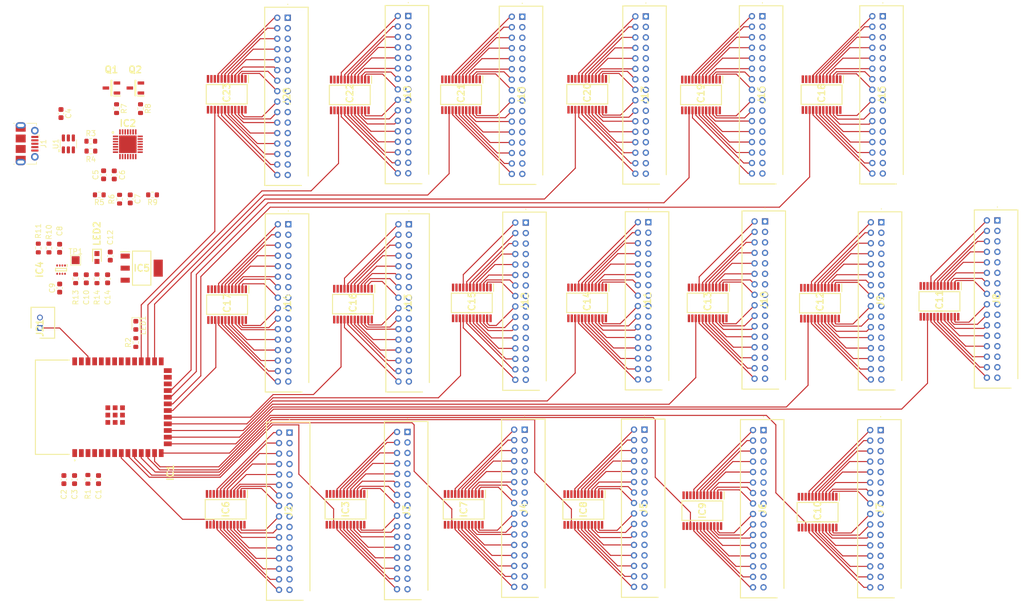
<source format=kicad_pcb>
(kicad_pcb (version 20241229) (generator "pcbnew") (generator_version "9.0")
  (layers (0 "F.Cu" signal) (2 "B.Cu" signal) (13 "F.Paste" user) (15 "B.Paste" user) (5 "F.SilkS" user "F.Silkscreen") (7 "B.SilkS" user "B.Silkscreen") (1 "F.Mask" user) (3 "B.Mask" user) (25 "Edge.Cuts" user))
  (net 0 "")
  (net 1 "/ST")
  (net 2 "GND")
  (net 3 "/USR_LED_RSTR")
  (net 4 "VCC")
  (net 5 "Net-(IC4-PR1)")
  (net 6 "VBUS")
  (net 7 "+5V")
  (net 8 "Net-(IC2-DTR)")
  (net 9 "Net-(Q2-B)")
  (net 10 "/GPIO0")
  (net 12 "Net-(Q1-B)")
  (net 13 "Net-(IC2-RTS)")
  (net 14 "+3.3V")
  (net 19 "/PROG_D-")
  (net 27 "/PROG_D+")
  (net 28 "/U0TXD")
  (net 29 "/RSTB")
  (net 33 "Net-(IC2-VBUS)")
  (net 37 "/U0RXD")
  (net 38 "/PWR_LED")
  (net 39 "/MUX S2")
  (net 40 "/MUX E11")
  (net 41 "/MUX E16")
  (net 43 "/MUX E1")
  (net 44 "/MUX E17")
  (net 45 "/CHIP_PU")
  (net 46 "/MUX E15")
  (net 47 "/MUX S0")
  (net 49 "/MUX E8")
  (net 51 "/MUX E4")
  (net 52 "/MUX E2")
  (net 53 "/USER_LED")
  (net 55 "/MUX E19")
  (net 56 "/MUX Out")
  (net 57 "/MUX E6")
  (net 58 "/MUX S3")
  (net 59 "/MUX E13")
  (net 60 "/MUX E12")
  (net 63 "/MUX E10")
  (net 64 "/MUX E9")
  (net 65 "/MUX E14")
  (net 66 "/MUX E5")
  (net 68 "/MUX E18")
  (net 69 "Net-(R3-Pad1)")
  (net 70 "Net-(R4-Pad2)")
  (net 71 "/USBM_D+")
  (net 72 "/USBM_D-")
  (net 82 "/Shutoff Sig")
  (net 83 "/MUX E7")
  (net 84 "/MUX E3")
  (net 85 "/MUX S1")
  (net 86 "Net-(IC3-I8)")
  (net 87 "Net-(IC3-I7)")
  (net 88 "Net-(IC3-I15)")
  (net 89 "Net-(IC3-I9)")
  (net 90 "Net-(IC3-I11)")
  (net 91 "Net-(IC3-I14)")
  (net 92 "Net-(IC3-I1)")
  (net 93 "Net-(IC3-I10)")
  (net 94 "Net-(IC3-I5)")
  (net 95 "Net-(IC3-I4)")
  (net 96 "Net-(IC3-I12)")
  (net 97 "Net-(IC3-I2)")
  (net 98 "Net-(IC3-I0)")
  (net 99 "Net-(IC3-I6)")
  (net 100 "Net-(IC3-I13)")
  (net 101 "/Mux Out")
  (net 102 "Net-(IC3-I3)")
  (net 103 "Net-(IC6-I15)")
  (net 104 "Net-(IC6-I14)")
  (net 105 "Net-(IC6-I2)")
  (net 106 "Net-(IC6-I3)")
  (net 107 "Net-(IC6-I0)")
  (net 108 "Net-(IC6-I11)")
  (net 109 "Net-(IC6-I12)")
  (net 110 "Net-(IC6-I6)")
  (net 111 "Net-(IC6-I10)")
  (net 112 "Net-(IC6-I13)")
  (net 113 "Net-(IC6-I5)")
  (net 114 "Net-(IC6-I7)")
  (net 115 "Net-(IC6-I9)")
  (net 116 "Net-(IC6-I1)")
  (net 117 "Net-(IC6-I8)")
  (net 118 "Net-(IC6-I4)")
  (net 119 "Net-(IC7-I7)")
  (net 120 "Net-(IC7-I5)")
  (net 121 "Net-(IC7-I6)")
  (net 122 "Net-(IC7-I15)")
  (net 123 "Net-(IC7-I9)")
  (net 124 "Net-(IC7-I4)")
  (net 125 "Net-(IC7-I2)")
  (net 126 "Net-(IC7-I11)")
  (net 127 "Net-(IC7-I10)")
  (net 128 "Net-(IC7-I8)")
  (net 129 "Net-(IC7-I3)")
  (net 130 "Net-(IC7-I14)")
  (net 131 "Net-(IC7-I0)")
  (net 132 "Net-(IC7-I12)")
  (net 133 "Net-(IC7-I13)")
  (net 134 "Net-(IC7-I1)")
  (net 135 "Net-(IC8-I10)")
  (net 136 "Net-(IC8-I2)")
  (net 137 "Net-(IC8-I11)")
  (net 138 "Net-(IC8-I12)")
  (net 139 "Net-(IC8-I15)")
  (net 140 "Net-(IC8-I6)")
  (net 141 "Net-(IC8-I13)")
  (net 142 "Net-(IC8-I8)")
  (net 143 "Net-(IC8-I5)")
  (net 144 "Net-(IC8-I1)")
  (net 145 "Net-(IC8-I7)")
  (net 146 "Net-(IC8-I0)")
  (net 147 "Net-(IC8-I9)")
  (net 148 "Net-(IC8-I4)")
  (net 149 "Net-(IC8-I14)")
  (net 150 "Net-(IC8-I3)")
  (net 151 "Net-(IC9-I0)")
  (net 152 "Net-(IC9-I15)")
  (net 153 "Net-(IC9-I11)")
  (net 154 "Net-(IC9-I2)")
  (net 155 "Net-(IC9-I7)")
  (net 156 "Net-(IC9-I14)")
  (net 157 "Net-(IC9-I8)")
  (net 158 "Net-(IC9-I3)")
  (net 159 "Net-(IC9-I13)")
  (net 160 "Net-(IC9-I5)")
  (net 161 "Net-(IC9-I6)")
  (net 162 "Net-(IC9-I4)")
  (net 163 "Net-(IC9-I9)")
  (net 164 "Net-(IC9-I10)")
  (net 165 "Net-(IC9-I1)")
  (net 166 "Net-(IC9-I12)")
  (net 167 "Net-(IC10-I4)")
  (net 168 "Net-(IC10-I3)")
  (net 169 "Net-(IC10-I0)")
  (net 170 "Net-(IC10-I2)")
  (net 171 "Net-(IC10-I15)")
  (net 172 "Net-(IC10-I11)")
  (net 173 "Net-(IC10-I12)")
  (net 174 "Net-(IC10-I6)")
  (net 175 "Net-(IC10-I5)")
  (net 176 "Net-(IC10-I9)")
  (net 177 "Net-(IC10-I14)")
  (net 178 "Net-(IC10-I7)")
  (net 179 "Net-(IC10-I13)")
  (net 180 "Net-(IC10-I8)")
  (net 181 "Net-(IC10-I10)")
  (net 182 "Net-(IC10-I1)")
  (net 183 "Net-(IC11-I15)")
  (net 184 "Net-(IC11-I14)")
  (net 185 "Net-(IC11-I0)")
  (net 186 "Net-(IC11-I10)")
  (net 187 "Net-(IC11-I1)")
  (net 188 "Net-(IC11-I2)")
  (net 189 "Net-(IC11-I8)")
  (net 190 "Net-(IC11-I13)")
  (net 191 "Net-(IC11-I6)")
  (net 192 "Net-(IC11-I9)")
  (net 193 "Net-(IC11-I7)")
  (net 194 "Net-(IC11-I3)")
  (net 195 "Net-(IC11-I5)")
  (net 196 "Net-(IC11-I4)")
  (net 197 "Net-(IC11-I11)")
  (net 198 "Net-(IC11-I12)")
  (net 199 "Net-(IC12-I1)")
  (net 200 "Net-(IC12-I0)")
  (net 201 "Net-(IC12-I3)")
  (net 202 "Net-(IC12-I10)")
  (net 203 "Net-(IC12-I14)")
  (net 204 "Net-(IC12-I6)")
  (net 205 "Net-(IC12-I2)")
  (net 206 "Net-(IC12-I7)")
  (net 207 "Net-(IC12-I15)")
  (net 208 "Net-(IC12-I12)")
  (net 209 "Net-(IC12-I4)")
  (net 210 "Net-(IC12-I5)")
  (net 211 "Net-(IC12-I9)")
  (net 212 "Net-(IC12-I8)")
  (net 213 "Net-(IC12-I11)")
  (net 214 "Net-(IC12-I13)")
  (net 215 "Net-(IC13-I14)")
  (net 216 "Net-(IC13-I8)")
  (net 217 "Net-(IC13-I1)")
  (net 218 "Net-(IC13-I12)")
  (net 219 "Net-(IC13-I10)")
  (net 220 "Net-(IC13-I15)")
  (net 221 "Net-(IC13-I7)")
  (net 222 "Net-(IC13-I2)")
  (net 223 "Net-(IC13-I11)")
  (net 224 "Net-(IC13-I13)")
  (net 225 "Net-(IC13-I6)")
  (net 226 "Net-(IC13-I4)")
  (net 227 "Net-(IC13-I3)")
  (net 228 "Net-(IC13-I9)")
  (net 229 "Net-(IC13-I0)")
  (net 230 "Net-(IC13-I5)")
  (net 231 "Net-(IC14-I12)")
  (net 232 "Net-(IC14-I3)")
  (net 233 "Net-(IC14-I2)")
  (net 234 "Net-(IC14-I10)")
  (net 235 "Net-(IC14-I8)")
  (net 236 "Net-(IC14-I6)")
  (net 237 "Net-(IC14-I13)")
  (net 238 "Net-(IC14-I11)")
  (net 239 "Net-(IC14-I7)")
  (net 240 "Net-(IC14-I5)")
  (net 241 "Net-(IC14-I15)")
  (net 242 "Net-(IC14-I9)")
  (net 243 "Net-(IC14-I14)")
  (net 244 "Net-(IC14-I1)")
  (net 245 "Net-(IC14-I4)")
  (net 246 "Net-(IC14-I0)")
  (net 247 "Net-(IC15-I2)")
  (net 248 "Net-(IC15-I15)")
  (net 249 "Net-(IC15-I13)")
  (net 250 "Net-(IC15-I11)")
  (net 251 "Net-(IC15-I6)")
  (net 252 "Net-(IC15-I0)")
  (net 253 "Net-(IC15-I9)")
  (net 254 "Net-(IC15-I4)")
  (net 255 "Net-(IC15-I5)")
  (net 256 "Net-(IC15-I10)")
  (net 257 "Net-(IC15-I8)")
  (net 258 "Net-(IC15-I7)")
  (net 259 "Net-(IC15-I1)")
  (net 260 "Net-(IC15-I3)")
  (net 261 "Net-(IC15-I14)")
  (net 262 "Net-(IC15-I12)")
  (net 263 "Net-(IC16-I8)")
  (net 264 "Net-(IC16-I2)")
  (net 265 "Net-(IC16-I7)")
  (net 266 "Net-(IC16-I10)")
  (net 267 "Net-(IC16-I5)")
  (net 268 "Net-(IC16-I0)")
  (net 269 "Net-(IC16-I1)")
  (net 270 "Net-(IC16-I13)")
  (net 271 "Net-(IC16-I3)")
  (net 272 "Net-(IC16-I11)")
  (net 273 "Net-(IC16-I14)")
  (net 274 "Net-(IC16-I4)")
  (net 275 "Net-(IC16-I9)")
  (net 276 "Net-(IC16-I12)")
  (net 277 "Net-(IC16-I15)")
  (net 278 "Net-(IC16-I6)")
  (net 279 "Net-(IC17-I14)")
  (net 280 "Net-(IC17-I10)")
  (net 281 "Net-(IC17-I8)")
  (net 282 "Net-(IC17-I5)")
  (net 283 "Net-(IC17-I13)")
  (net 284 "Net-(IC17-I7)")
  (net 285 "Net-(IC17-I15)")
  (net 286 "Net-(IC17-I4)")
  (net 287 "Net-(IC17-I9)")
  (net 288 "Net-(IC17-I0)")
  (net 289 "Net-(IC17-I6)")
  (net 290 "Net-(IC17-I1)")
  (net 291 "Net-(IC17-I12)")
  (net 292 "Net-(IC17-I11)")
  (net 293 "Net-(IC17-I2)")
  (net 294 "Net-(IC17-I3)")
  (net 295 "Net-(IC18-I8)")
  (net 296 "Net-(IC18-I1)")
  (net 297 "Net-(IC18-I11)")
  (net 298 "Net-(IC18-I10)")
  (net 299 "Net-(IC18-I12)")
  (net 300 "Net-(IC18-I5)")
  (net 301 "Net-(IC18-I3)")
  (net 302 "Net-(IC18-I6)")
  (net 303 "Net-(IC18-I0)")
  (net 304 "Net-(IC18-I2)")
  (net 305 "Net-(IC18-I14)")
  (net 306 "Net-(IC18-I4)")
  (net 307 "Net-(IC18-I7)")
  (net 308 "Net-(IC18-I15)")
  (net 309 "Net-(IC18-I13)")
  (net 310 "Net-(IC18-I9)")
  (net 311 "Net-(IC19-I14)")
  (net 312 "Net-(IC19-I5)")
  (net 313 "Net-(IC19-I2)")
  (net 314 "Net-(IC19-I10)")
  (net 315 "Net-(IC19-I3)")
  (net 316 "Net-(IC19-I15)")
  (net 317 "Net-(IC19-I9)")
  (net 318 "Net-(IC19-I1)")
  (net 319 "Net-(IC19-I13)")
  (net 320 "Net-(IC19-I11)")
  (net 321 "Net-(IC19-I6)")
  (net 322 "Net-(IC19-I12)")
  (net 323 "Net-(IC19-I4)")
  (net 324 "Net-(IC19-I0)")
  (net 325 "Net-(IC19-I8)")
  (net 326 "Net-(IC19-I7)")
  (net 327 "Net-(IC20-I3)")
  (net 328 "Net-(IC20-I6)")
  (net 329 "Net-(IC20-I4)")
  (net 330 "Net-(IC20-I7)")
  (net 331 "Net-(IC20-I13)")
  (net 332 "Net-(IC20-I5)")
  (net 333 "Net-(IC20-I12)")
  (net 334 "Net-(IC20-I9)")
  (net 335 "Net-(IC20-I14)")
  (net 336 "Net-(IC20-I10)")
  (net 337 "Net-(IC20-I8)")
  (net 338 "Net-(IC20-I2)")
  (net 339 "Net-(IC20-I11)")
  (net 340 "Net-(IC20-I1)")
  (net 341 "Net-(IC20-I0)")
  (net 342 "Net-(IC20-I15)")
  (net 343 "Net-(IC21-I10)")
  (net 344 "Net-(IC21-I2)")
  (net 345 "Net-(IC21-I4)")
  (net 346 "Net-(IC21-I3)")
  (net 347 "Net-(IC21-I1)")
  (net 348 "Net-(IC21-I8)")
  (net 349 "Net-(IC21-I14)")
  (net 350 "Net-(IC21-I15)")
  (net 351 "Net-(IC21-I0)")
  (net 352 "Net-(IC21-I9)")
  (net 353 "Net-(IC21-I7)")
  (net 354 "Net-(IC21-I11)")
  (net 355 "Net-(IC21-I6)")
  (net 356 "Net-(IC21-I12)")
  (net 357 "Net-(IC21-I13)")
  (net 358 "Net-(IC21-I5)")
  (net 359 "Net-(IC22-I5)")
  (net 360 "Net-(IC22-I10)")
  (net 361 "Net-(IC22-I15)")
  (net 362 "Net-(IC22-I11)")
  (net 363 "Net-(IC22-I8)")
  (net 364 "Net-(IC22-I6)")
  (net 365 "Net-(IC22-I0)")
  (net 366 "Net-(IC22-I14)")
  (net 367 "Net-(IC22-I4)")
  (net 368 "Net-(IC22-I9)")
  (net 369 "Net-(IC22-I13)")
  (net 370 "Net-(IC22-I12)")
  (net 371 "Net-(IC22-I3)")
  (net 372 "Net-(IC22-I7)")
  (net 373 "Net-(IC22-I1)")
  (net 374 "Net-(IC22-I2)")
  (net 375 "Net-(IC23-I8)")
  (net 376 "Net-(IC23-I2)")
  (net 377 "Net-(IC23-I0)")
  (net 378 "Net-(IC23-I7)")
  (net 379 "Net-(IC23-I5)")
  (net 380 "Net-(IC23-I12)")
  (net 381 "Net-(IC23-I11)")
  (net 382 "Net-(IC23-I10)")
  (net 383 "Net-(IC23-I15)")
  (net 384 "Net-(IC23-I9)")
  (net 385 "Net-(IC23-I14)")
  (net 386 "Net-(IC23-I3)")
  (net 387 "Net-(IC23-I1)")
  (net 388 "Net-(IC23-I13)")
  (net 389 "Net-(IC23-I4)")
  (net 390 "Net-(IC23-I6)")
  (footprint "Footprints:SOP65P640X120-24N" (layer "F.Cu") (at 192 91.73275 -90)
    (property "Reference" "IC13")
    (property "Value" "CD74HC4067PWR" (hide yes))
  )
  (footprint "Footprints:B32BPUDSS1LFSN" (layer "F.Cu") (at 202.648 116 90)
    (property "Reference" "J6")
    (property "Value" "B32B-PUDSS-1_LF__SN_" (hide yes))
  )
  (footprint "Capacitor_SMD:C_0603_1608Metric" (layer "F.Cu") (at 69.184 125.444 90)
    (property "Reference" "C2")
    (property "Value" "10uF")
  )
  (footprint "Resistor_SMD:R_0603_1608Metric" (layer "F.Cu") (at 86.092 71.122 180)
    (property "Reference" "R9")
    (property "Value" "1k")
  )
  (footprint "Footprints:SOP65P640X120-24N" (layer "F.Cu") (at 122.909 131.118 -90)
    (property "Reference" "IC3")
    (property "Value" "CD74HC4067PWR" (hide yes))
  )
  (footprint "Footprints:B32BPUDSS1LFSN" (layer "F.Cu") (at 179.944 115.904 90)
    (property "Reference" "J5")
    (property "Value" "B32B-PUDSS-1_LF__SN_" (hide yes))
  )
  (footprint "Capacitor_SMD:C_0603_1608Metric" (layer "F.Cu") (at 78.028 82.807 -90)
    (property "Reference" "C12")
    (property "Value" "10uF")
  )
  (footprint "Footprints:B32BPUDSS1LFSN" (layer "F.Cu") (at 111.888 37.332 90)
    (property "Reference" "J20")
    (property "Value" "B32B-PUDSS-1_LF__SN_" (hide yes))
  )
  (footprint "Footprints:SOP65P640X120-24N" (layer "F.Cu") (at 123.725 52.062 -90)
    (property "Reference" "IC22")
    (property "Value" "CD74HC4067PWR" (hide yes))
  )
  (footprint "SDM_MiscFootprint:SOT96P237X111-3N" (layer "F.Cu") (at 82.819 50.741 180)
    (property "Reference" "Q2")
    (property "Value" "MMBT2222LT1G" (hide yes))
  )
  (footprint "Footprints:SOP65P640X120-24N" (layer "F.Cu") (at 236.21425 91.442 -90)
    (property "Reference" "IC11")
    (property "Value" "CD74HC4067PWR" (hide yes))
  )
  (footprint "Capacitor_SMD:C_0603_1608Metric" (layer "F.Cu") (at 73.456 87.138 90)
    (property "Reference" "C10")
    (property "Value" "100uF")
  )
  (footprint "Footprints:B32BPUDSS1LFSN" (layer "F.Cu") (at 225.128 76.35275 90)
    (property "Reference" "J9")
    (property "Value" "B32B-PUDSS-1_LF__SN_" (hide yes))
  )
  (footprint "Footprints:SOP65P640X120-24N" (layer "F.Cu") (at 212.967 131.658 -90)
    (property "Reference" "IC10")
    (property "Value" "CD74HC4067PWR" (hide yes))
  )
  (footprint "Footprints:SOP65P640X120-24N" (layer "F.Cu") (at 124.332 91.97275 -90)
    (property "Reference" "IC16")
    (property "Value" "CD74HC4067PWR" (hide yes))
  )
  (footprint "Footprints:SOP65P640X120-24N" (layer "F.Cu") (at 100.316 92.06475 -90)
    (property "Reference" "IC17")
    (property "Value" "CD74HC4067PWR" (hide yes))
  )
  (footprint "SDM_MiscFootprint:SOT230P700X180-4N" (layer "F.Cu") (at 84.022 85.106)
    (property "Reference" "IC5")
    (property "Value" "MIC37100-3.3WS" (hide yes))
  )
  (footprint "Footprints:B32BPUDSS1LFSN" (layer "F.Cu") (at 225 116 90)
    (property "Reference" "J7")
    (property "Value" "B32B-PUDSS-1_LF__SN_" (hide yes))
  )
  (footprint "Footprints:SOP65P640X120-24N" (layer "F.Cu") (at 145.455 131.126 -90)
    (property "Reference" "IC7")
    (property "Value" "CD74HC4067PWR" (hide yes))
  )
  (footprint "Footprints:SOP65P640X120-24N" (layer "F.Cu") (at 213.725 52 -90)
    (property "Reference" "IC18")
    (property "Value" "CD74HC4067PWR" (hide yes))
  )
  (footprint "SDM_MiscFootprint:SOTFL50P160X60-8L" (layer "F.Cu") (at 68.642 85.386 -90)
    (property "Reference" "IC4")
    (property "Value" "TPS2116DRLR" (hide yes))
  )
  (footprint "Footprints:B32BPUDSS1LFSN" (layer "F.Cu") (at 134.732 116.356 90)
    (property "Reference" "J3")
    (property "Value" "B32B-PUDSS-1_LF__SN_" (hide yes))
  )
  (footprint "Footprints:B32BPUDSS1LFSN" (layer "F.Cu") (at 202.943 76.19075 90)
    (property "Reference" "J10")
    (property "Value" "B32B-PUDSS-1_LF__SN_" (hide yes))
  )
  (footprint "Footprints:SOP65P640X120-24N" (layer "F.Cu") (at 213.425 91.79475 -90)
    (property "Reference" "IC12")
    (property "Value" "CD74HC4067PWR" (hide yes))
  )
  (footprint "Footprints:B32BPUDSS1LFSN" (layer "F.Cu") (at 247.26725 76 90)
    (property "Reference" "J8")
    (property "Value" "B32B-PUDSS-1_LF__SN_" (hide yes))
  )
  (footprint "Resistor_SMD:R_0603_1608Metric" (layer "F.Cu") (at 75.932 71.122 180)
    (property "Reference" "R5")
    (property "Value" "22.1K")
  )
  (footprint "Resistor_SMD:R_0603_1608Metric" (layer "F.Cu") (at 73.756 125.394 90)
    (property "Reference" "R1")
    (property "Value" "10k")
  )
  (footprint "Footprints:SOP65P640X120-24N" (layer "F.Cu") (at 147 91.73275 -90)
    (property "Reference" "IC15")
    (property "Value" "CD74HC4067PWR" (hide yes))
  )
  (footprint "Resistor_SMD:R_0603_1608Metric" (layer "F.Cu") (at 64.298 81.263 -90)
    (property "Reference" "R11")
    (property "Value" "10k")
  )
  (footprint "TestPoint:TestPoint_Pad_1.5x1.5mm" (layer "F.Cu") (at 71.424 83.582)
    (property "Reference" "TP1")
    (property "Value" "ST_5V")
  )
  (footprint "Capacitor_SMD:C_0603_1608Metric" (layer "F.Cu") (at 76.757 67.299 -90)
    (property "Reference" "C5")
    (property "Value" "4.7uF")
  )
  (footprint "Capacitor_SMD:C_0603_1608Metric" (layer "F.Cu") (at 68.362 81.313 -90)
    (property "Reference" "C8")
    (property "Value" "1uF")
  )
  (footprint "Footprints:SOP65P640X120-24N" (layer "F.Cu") (at 169 91.73275 -90)
    (property "Reference" "IC14")
    (property "Value" "CD74HC4067PWR" (hide yes))
  )
  (footprint "Resistor_SMD:R_0603_1608Metric" (layer "F.Cu") (at 71.424 87.138 90)
    (property "Reference" "R13")
    (property "Value" "10k")
  )
  (footprint "Footprints:B32BPUDSS1LFSN" (layer "F.Cu") (at 156.635 37.1355 90)
    (property "Reference" "J18")
    (property "Value" "B32B-PUDSS-1_LF__SN_" (hide yes))
  )
  (footprint "Footprints:B32BPUDSS1LFSN" (layer "F.Cu") (at 134.882 37 90)
    (property "Reference" "J19")
    (property "Value" "B32B-PUDSS-1_LF__SN_" (hide yes))
  )
  (footprint "Footprints:B32BPUDSS1LFSN" (layer "F.Cu") (at 112.224 116.476 90)
    (property "Reference" "J2")
    (property "Value" "B32B-PUDSS-1_LF__SN_" (hide yes))
  )
  (footprint "Footprints:SOP65P640X120-24N" (layer "F.Cu") (at 168.277 131.15 -90)
    (property "Reference" "IC8")
    (property "Value" "CD74HC4067PWR" (hide yes))
  )
  (footprint "Connector_USB:USB_Micro-B_Molex-105017-0001" (layer "F.Cu") (at 62.1775 61.371 -90)
    (property "Reference" "J1")
    (property "Value" "ESP_USB")
  )
  (footprint "Footprints:SHDR2W50P0X200_1X2_590X450X600P" (layer "F.Cu") (at 64.616 96.522 -90)
    (property "Reference" "J21")
    (property "Value" "B2B-PH-K-S_LF__SN_" (hide yes))
  )
  (footprint "Footprints:B32BPUDSS1LFSN" (layer "F.Cu") (at 157.299 76.41475 90)
    (property "Reference" "J12")
    (property "Value" "B32B-PUDSS-1_LF__SN_" (hide yes))
  )
  (footprint "SDM_MiscFootprint:SOT96P237X111-3N" (layer "F.Cu") (at 78.247 50.741 180)
    (property "Reference" "Q1")
    (property "Value" "MMBT2222LT1G" (hide yes))
  )
  (footprint "Footprints:B32BPUDSS1LFSN" (layer "F.Cu") (at 180.201 37.082 90)
    (property "Reference" "J17")
    (property "Value" "B32B-PUDSS-1_LF__SN_" (hide yes))
  )
  (footprint "Capacitor_SMD:C_0603_1608Metric" (layer "F.Cu") (at 77.52 87.138 -90)
    (property "Reference" "C14")
    (property "Value" "10uF")
  )
  (footprint "Resistor_SMD:R_0603_1608Metric" (layer "F.Cu") (at 74.315 60.89)
    (property "Reference" "R3")
    (property "Value" "27")
  )
  (footprint "Resistor_SMD:R_0603_1608Metric" (layer "F.Cu") (at 75.488 87.138 90)
    (property "Reference" "R14")
    (property "Value" "68")
  )
  (footprint "Capacitor_SMD:C_0603_1608Metric" (layer "F.Cu") (at 68.629 55.615 -90)
    (property "Reference" "C4")
    (property "Value" "1uF")
  )
  (footprint "Package_TO_SOT_SMD:SOT-23-6" (layer "F.Cu") (at 70.0315 61.404 90)
    (property "Reference" "U1")
    (property "Value" "USBLC6-2SC6")
  )
  (footprint "Footprints:B32BPUDSS1LFSN" (layer "F.Cu") (at 157.084 115.912 90)
    (property "Reference" "J4")
    (property "Value" "B32B-PUDSS-1_LF__SN_" (hide yes))
  )
  (footprint "SDM_MiscFootprint:QFN50P500X500X80-29N-D" (layer "F.Cu") (at 81.38 61.47)
    (property "Reference" "IC2")
    (property "Value" "CP2102N-A02-GQFN28" (hide yes))
  )
  (footprint "Footprints:B32BPUDSS1LFSN" (layer "F.Cu") (at 180.684 76.33675 90)
    (property "Reference" "J11")
    (property "Value" "B32B-PUDSS-1_LF__SN_" (hide yes))
  )
  (footprint "Capacitor_SMD:C_0603_1608Metric" (layer "F.Cu") (at 78.789 67.325 90)
    (property "Reference" "C6")
    (property "Value" "100nF")
  )
  (footprint "Resistor_SMD:R_0603_1608Metric" (layer "F.Cu") (at 74.335 62.77 180)
    (property "Reference" "R4")
    (property "Value" "27")
  )
  (footprint "Resistor_SMD:R_0603_1608Metric" (layer "F.Cu") (at 79.229 54.675 -90)
    (property "Reference" "R7")
    (property "Value" "10k")
  )
  (footprint "Footprints:SOP65P640X120-24N" (layer "F.Cu") (at 100.245 51.938 -90)
    (property "Reference" "IC23")
    (property "Value" "CD74HC4067PWR" (hide yes))
  )
  (footprint "Resistor_SMD:R_0603_1608Metric" (layer "F.Cu") (at 79.805 71.947 -90)
    (property "Reference" "R6")
    (property "Value" "47.5K")
  )
  (footprint "Footprints:SOP65P640X120-24N" (layer "F.Cu") (at 190.725 52.062 -90)
    (property "Reference" "IC19")
    (property "Value" "CD74HC4067PWR" (hide yes))
  )
  (footprint "Footprints:B32BPUDSS1LFSN" (layer "F.Cu") (at 202.441 37.046 90)
    (property "Reference" "J16")
    (property "Value" "B32B-PUDSS-1_LF__SN_" (hide yes))
  )
  (footprint "Capacitor_SMD:C_0603_1608Metric" (layer "F.Cu") (at 81.837 71.897 -90)
    (property "Reference" "C7")
    (property "Value" "1uF")
  )
  (footprint "Footprints:B32BPUDSS1LFSN" (layer "F.Cu") (at 225.409 37.048 90)
    (property "Reference" "J15")
    (property "Value" "B32B-PUDSS-1_LF__SN_" (hide yes))
  )
  (footprint "LED_SMD:LED_0603_1608Metric" (layer "F.Cu") (at 82.9 96.0185 -90)
    (property "Reference" "LED1")
    (property "Value" "GREEN")
  )
  (footprint "Capacitor_SMD:C_0603_1608Metric" (layer "F.Cu") (at 68.376 88.903 90)
    (property "Reference" "C9")
    (property "Value" "1uF")
  )
  (footprint "SDM_MiscFootprint:LEDC1608X80N" (layer "F.Cu") (at 75.488 83.074 -90)
    (property "Reference" "LED2")
    (property "Value" "150060RS75000" (hide yes))
  )
  (footprint "Footprints:B32BPUDSS1LFSN" (layer "F.Cu") (at 112 76.73275 90)
    (property "Reference" "J14")
    (property "Value" "B32B-PUDSS-1_LF__SN_" (hide yes))
  )
  (footprint "Resistor_SMD:R_0603_1608Metric" (layer "F.Cu") (at 66.33 81.263 90)
    (property "Reference" "R10")
    (property "Value" "10k")
  )
  (footprint "Capacitor_SMD:C_0603_1608Metric" (layer "F.Cu") (at 71.216 125.444 90)
    (property "Reference" "C3")
    (property "Value" "100nF")
  )
  (footprint "Footprints:SOP65P640X120-24N" (layer "F.Cu") (at 144.951 52.0235 -90)
    (property "Reference" "IC21")
    (property "Value" "CD74HC4067PWR" (hide yes))
  )
  (footprint "Resistor_SMD:R_0603_1608Metric" (layer "F.Cu") (at 83.801 54.675 -90)
    (property "Reference" "R8")
    (property "Value" "10k")
  )
  (footprint "Footprints:B32BPUDSS1LFSN" (layer "F.Cu") (at 135 76.73275 90)
    (property "Reference" "J13")
    (property "Value" "B32B-PUDSS-1_LF__SN_" (hide yes))
  )
  (footprint "Footprints:SOP65P640X120-24N" (layer "F.Cu") (at 100.049 131.118 -90)
    (property "Reference" "IC6")
    (property "Value" "CD74HC4067PWR" (hide yes))
  )
  (footprint "Capacitor_SMD:C_0603_1608Metric" (layer "F.Cu") (at 75.788 125.444 -90)
    (property "Reference" "C1")
    (property "Value" "1uF")
  )
  (footprint "Resistor_SMD:R_0603_1608Metric" (layer "F.Cu") (at 82.9 99.295 90)
    (property "Reference" "R2")
    (property "Value" "220")
  )
  (footprint "Footprints:SOP65P640X120-24N" (layer "F.Cu") (at 169.025 51.938 -90)
    (property "Reference" "IC20")
    (property "Value" "CD74HC4067PWR" (hide yes))
  )
  (footprint "SDM_MiscFootprint:ESP32S3WROOM1N8R8" (layer "F.Cu") (at 76.5 111.635 90)
    (property "Reference" "IC1")
    (property "Value" "ESP32-S3-WROOM-1-N8R8" (hide yes))
  )
  (footprint "Footprints:SOP65P640X120-24N" (layer "F.Cu") (at 190.981 131.37 -90)
    (property "Reference" "IC9")
    (property "Value" "CD74HC4067PWR" (hide yes))
  )
  (segment (start 140.63 109.83) (end 144.849 105.611) (width 0.2) (layer "F.Cu") (net 40))
  (segment (start 144.849 105.611) (end 144.849 94.54) (width 0.2) (layer "F.Cu") (net 40))
  (segment (start 104.0861 114.81) (end 109.0661 109.83) (width 0.2) (layer "F.Cu") (net 40))
  (segment (start 109.0661 109.83) (end 140.63 109.83) (width 0.2) (layer "F.Cu") (net 40))
  (segment (start 89 114.81) (end 104.0861 114.81) (width 0.2) (layer "F.Cu") (net 40))
  (segment (start 107.55 71.92) (end 160.86 71.92) (width 0.2) (layer "F.Cu") (net 41))
  (segment (start 93.45 104.542) (end 93.45 86.02) (width 0.2) (layer "F.Cu") (net 41))
  (segment (start 166.75 66.03) (end 166.75 54.876) (width 0.2) (layer "F.Cu") (net 41))
  (segment (start 93.45 86.02) (end 107.55 71.92) (width 0.2) (layer "F.Cu") (net 41))
  (segment (start 160.86 71.92) (end 166.75 66.03) (width 0.2) (layer "F.Cu") (net 41))
  (segment (start 89 108.46) (end 89.532 108.46) (width 0.2) (layer "F.Cu") (net 41))
  (segment (start 89.532 108.46) (end 93.45 104.542) (width 0.2) (layer "F.Cu") (net 41))
  (segment (start 91.8125 133.0175) (end 97.673 133.0175) (width 0.2) (layer "F.Cu") (net 43))
  (segment (start 80.13 121.335) (end 91.8125 133.0175) (width 0.2) (layer "F.Cu") (net 43))
  (segment (start 97.673 133.0175) (end 97.774 133.1185) (width 0.2) (layer "F.Cu") (net 43))
  (segment (start 80.13 120.385) (end 80.13 121.335) (width 0.2) (layer "F.Cu") (net 43))
  (segment (start 97.774 133.1185) (end 97.774 134.056) (width 0.2) (layer "F.Cu") (net 43))
  (segment (start 142.676 67.074) (end 142.676 54.9615) (width 0.2) (layer "F.Cu") (net 44))
  (segment (start 107.29 71.16) (end 138.59 71.16) (width 0.2) (layer "F.Cu") (net 44))
  (segment (start 86.48 91.97) (end 107.29 71.16) (width 0.2) (layer "F.Cu") (net 44))
  (segment (start 138.59 71.16) (end 142.676 67.074) (width 0.2) (layer "F.Cu") (net 44))
  (segment (start 86.48 102.885) (end 86.48 91.97) (width 0.2) (layer "F.Cu") (net 44))
  (segment (start 89 109.73) (end 89.532 109.73) (width 0.2) (layer "F.Cu") (net 46))
  (segment (start 94.45 104.812) (end 94.45 86.3) (width 0.2) (layer "F.Cu") (net 46))
  (segment (start 188.45 67.84) (end 188.45 55) (width 0.2) (layer "F.Cu") (net 46))
  (segment (start 89.532 109.73) (end 94.45 104.812) (width 0.2) (layer "F.Cu") (net 46))
  (segment (start 108.12 72.63) (end 183.66 72.63) (width 0.2) (layer "F.Cu") (net 46))
  (segment (start 94.45 86.3) (end 108.12 72.63) (width 0.2) (layer "F.Cu") (net 46))
  (segment (start 183.66 72.63) (end 188.45 67.84) (width 0.2) (layer "F.Cu") (net 46))
  (segment (start 207 111.599) (end 211.15 107.449) (width 0.2) (layer "F.Cu") (net 49))
  (segment (start 211.15 107.449) (end 211.15 94.73275) (width 0.2) (layer "F.Cu") (net 49))
  (segment (start 108.9984 111.599) (end 207 111.599) (width 0.2) (layer "F.Cu") (net 49))
  (segment (start 101.9774 118.62) (end 108.9984 111.599) (width 0.2) (layer "F.Cu") (net 49))
  (segment (start 89 118.62) (end 101.9774 118.62) (width 0.2) (layer "F.Cu") (net 49))
  (segment (start 83.94 120.385) (end 83.94 121.335) (width 0.2) (layer "F.Cu") (net 51))
  (segment (start 108.8658 114) (end 159 114) (width 0.2) (layer "F.Cu") (net 51))
  (segment (start 159 114) (end 159 124.0745) (width 0.2) (layer "F.Cu") (net 51))
  (segment (start 83.94 121.335) (end 86.605 124) (width 0.2) (layer "F.Cu") (net 51))
  (segment (start 166.002 131.0765) (end 166.002 134.088) (width 0.2) (layer "F.Cu") (net 51))
  (segment (start 159 124.0745) (end 166.002 131.0765) (width 0.2) (layer "F.Cu") (net 51))
  (segment (start 98.8658 124) (end 108.8658 114) (width 0.2) (layer "F.Cu") (net 51))
  (segment (start 86.605 124) (end 98.8658 124) (width 0.2) (layer "F.Cu") (net 51))
  (segment (start 114 115) (end 114 124.4105) (width 0.2) (layer "F.Cu") (net 52))
  (segment (start 81.4 120.385) (end 81.4 120.917) (width 0.2) (layer "F.Cu") (net 52))
  (segment (start 81.4 120.917) (end 85.483 125) (width 0.2) (layer "F.Cu") (net 52))
  (segment (start 99 125) (end 109 115) (width 0.2) (layer "F.Cu") (net 52))
  (segment (start 120.634 131.0445) (end 120.634 134.056) (width 0.2) (layer "F.Cu") (net 52))
  (segment (start 85.483 125) (end 99 125) (width 0.2) (layer "F.Cu") (net 52))
  (segment (start 109 115) (end 114 115) (width 0.2) (layer "F.Cu") (net 52))
  (segment (start 114 124.4105) (end 120.634 131.0445) (width 0.2) (layer "F.Cu") (net 52))
  (segment (start 83.94 92.12) (end 97.97 78.09) (width 0.2) (layer "F.Cu") (net 55))
  (segment (start 83.94 102.885) (end 83.94 92.12) (width 0.2) (layer "F.Cu") (net 55))
  (segment (start 97.97 78.09) (end 97.97 54.876) (width 0.2) (layer "F.Cu") (net 55))
  (segment (start 108.5336 113.198) (end 203.198 113.198) (width 0.2) (layer "F.Cu") (net 57))
  (segment (start 86.48 120.385) (end 86.48 121.9621) (width 0.2) (layer "F.Cu") (net 57))
  (segment (start 205 115) (end 205 127.9665) (width 0.2) (layer "F.Cu") (net 57))
  (segment (start 210.692 133.6585) (end 210.692 134.596) (width 0.2) (layer "F.Cu") (net 57))
  (segment (start 86.48 121.9621) (end 87.5179 123) (width 0.2) (layer "F.Cu") (net 57))
  (segment (start 98.7316 123) (end 108.5336 113.198) (width 0.2) (layer "F.Cu") (net 57))
  (segment (start 205 127.9665) (end 210.692 133.6585) (width 0.2) (layer "F.Cu") (net 57))
  (segment (start 87.5179 123) (end 98.7316 123) (width 0.2) (layer "F.Cu") (net 57))
  (segment (start 203.198 113.198) (end 205 115) (width 0.2) (layer "F.Cu") (net 57))
  (segment (start 98.165 104.055) (end 98.165 94.87) (width 0.2) (layer "F.Cu") (net 59))
  (segment (start 89.95 112.27) (end 98.165 104.055) (width 0.2) (layer "F.Cu") (net 59))
  (segment (start 89 112.27) (end 89.95 112.27) (width 0.2) (layer "F.Cu") (net 59))
  (segment (start 109.109 109.22) (end 116.79 109.22) (width 0.2) (layer "F.Cu") (net 60))
  (segment (start 122.057 103.953) (end 122.057 94.91075) (width 0.2) (layer "F.Cu") (net 60))
  (segment (start 89 113.54) (end 104.789 113.54) (width 0.2) (layer "F.Cu") (net 60))
  (segment (start 116.79 109.22) (end 122.057 103.953) (width 0.2) (layer "F.Cu") (net 60))
  (segment (start 104.789 113.54) (end 109.109 109.22) (width 0.2) (layer "F.Cu") (net 60))
  (segment (start 166.725 105.115) (end 166.725 94.67075) (width 0.2) (layer "F.Cu") (net 63))
  (segment (start 109.0232 110.44) (end 161.4 110.44) (width 0.2) (layer "F.Cu") (net 63))
  (segment (start 103.3832 116.08) (end 109.0232 110.44) (width 0.2) (layer "F.Cu") (net 63))
  (segment (start 161.4 110.44) (end 166.725 105.115) (width 0.2) (layer "F.Cu") (net 63))
  (segment (start 89 116.08) (end 103.3832 116.08) (width 0.2) (layer "F.Cu") (net 63))
  (segment (start 89 117.35) (end 102.6803 117.35) (width 0.2) (layer "F.Cu") (net 64))
  (segment (start 108.9603 111.07) (end 184.64 111.07) (width 0.2) (layer "F.Cu") (net 64))
  (segment (start 189.725 105.985) (end 189.725 94.67075) (width 0.2) (layer "F.Cu") (net 64))
  (segment (start 102.6803 117.35) (end 108.9603 111.07) (width 0.2) (layer "F.Cu") (net 64))
  (segment (start 184.64 111.07) (end 189.725 105.985) (width 0.2) (layer "F.Cu") (net 64))
  (segment (start 211.45 67.71) (end 211.45 54.938) (width 0.2) (layer "F.Cu") (net 65))
  (segment (start 205.68 73.48) (end 211.45 67.71) (width 0.2) (layer "F.Cu") (net 65))
  (segment (start 89 111) (end 89.95 111) (width 0.2) (layer "F.Cu") (net 65))
  (segment (start 95.3 105.65) (end 95.3 86.72) (width 0.2) (layer "F.Cu") (net 65))
  (segment (start 108.54 73.48) (end 205.68 73.48) (width 0.2) (layer "F.Cu") (net 65))
  (segment (start 95.3 86.72) (end 108.54 73.48) (width 0.2) (layer "F.Cu") (net 65))
  (segment (start 89.95 111) (end 95.3 105.65) (width 0.2) (layer "F.Cu") (net 65))
  (segment (start 85.21 120.385) (end 85.21 121.335) (width 0.2) (layer "F.Cu") (net 66))
  (segment (start 98.6997 123.599) (end 108.6997 113.599) (width 0.2) (layer "F.Cu") (net 66))
  (segment (start 182 114) (end 182 125) (width 0.2) (layer "F.Cu") (net 66))
  (segment (start 188.706 131.706) (end 188.706 134.308) (width 0.2) (layer "F.Cu") (net 66))
  (segment (start 182 125) (end 188.706 131.706) (width 0.2) (layer "F.Cu") (net 66))
  (segment (start 108.6997 113.599) (end 181.599 113.599) (width 0.2) (layer "F.Cu") (net 66))
  (segment (start 87.474 123.599) (end 98.6997 123.599) (width 0.2) (layer "F.Cu") (net 66))
  (segment (start 85.21 121.335) (end 87.474 123.599) (width 0.2) (layer "F.Cu") (net 66))
  (segment (start 181.599 113.599) (end 182 114) (width 0.2) (layer "F.Cu") (net 66))
  (segment (start 105.2 72.12) (end 106.96 70.36) (width 0.2) (layer "F.Cu") (net 68))
  (segment (start 116.34 70.36) (end 121.574 65.126) (width 0.2) (layer "F.Cu") (net 68))
  (segment (start 85.21 102.885) (end 85.21 92.11) (width 0.2) (layer "F.Cu") (net 68))
  (segment (start 85.21 92.11) (end 105.2 72.12) (width 0.2) (layer "F.Cu") (net 68))
  (segment (start 106.96 70.36) (end 116.34 70.36) (width 0.2) (layer "F.Cu") (net 68))
  (segment (start 121.574 65.126) (end 121.574 55.34) (width 0.2) (layer "F.Cu") (net 68))
  (segment (start 73.78 102.885) (end 73.78 101.935) (width 0.2) (layer "F.Cu") (net 82))
  (segment (start 73.78 101.935) (end 68.367 96.522) (width 0.2) (layer "F.Cu") (net 82))
  (segment (start 68.367 96.522) (end 64.616 96.522) (width 0.2) (layer "F.Cu") (net 82))
  (segment (start 229 112) (end 233.93925 107.06075) (width 0.2) (layer "F.Cu") (net 83))
  (segment (start 109.1645 112) (end 229 112) (width 0.2) (layer "F.Cu") (net 83))
  (segment (start 87.75 120.385) (end 100.7795 120.385) (width 0.2) (layer "F.Cu") (net 83))
  (segment (start 233.93925 107.06075) (end 233.93925 94.38) (width 0.2) (layer "F.Cu") (net 83))
  (segment (start 100.7795 120.385) (end 109.1645 112) (width 0.2) (layer "F.Cu") (net 83))
  (segment (start 82.67 121.335) (end 85.934 124.599) (width 0.2) (layer "F.Cu") (net 84))
  (segment (start 135.599 114.599) (end 136 115) (width 0.2) (layer "F.Cu") (net 84))
  (segment (start 98.8339 124.599) (end 108.8339 114.599) (width 0.2) (layer "F.Cu") (net 84))
  (segment (start 85.934 124.599) (end 98.8339 124.599) (width 0.2) (layer "F.Cu") (net 84))
  (segment (start 108.8339 114.599) (end 135.599 114.599) (width 0.2) (layer "F.Cu") (net 84))
  (segment (start 143.18 131.0525) (end 143.18 134.064) (width 0.2) (layer "F.Cu") (net 84))
  (segment (start 136 123.8725) (end 143.18 131.0525) (width 0.2) (layer "F.Cu") (net 84))
  (segment (start 136 115) (end 136 123.8725) (width 0.2) (layer "F.Cu") (net 84))
  (segment (start 82.67 120.385) (end 82.67 121.335) (width 0.2) (layer "F.Cu") (net 84))
  (segment (start 125.834 134.9705) (end 125.958 135.0945) (width 0.2) (layer "F.Cu") (net 86))
  (segment (start 129.9935 135.0945) (end 132.732 132.356) (width 0.2) (layer "F.Cu") (net 86))
  (segment (start 125.958 135.0945) (end 129.9935 135.0945) (width 0.2) (layer "F.Cu") (net 86))
  (segment (start 125.834 134.056) (end 125.834 134.9705) (width 0.2) (layer "F.Cu") (net 86))
  (segment (start 126.1225 127.1415) (end 129.5175 127.1415) (width 0.2) (layer "F.Cu") (net 87))
  (segment (start 129.5175 127.1415) (end 132.732 130.356) (width 0.2) (layer "F.Cu") (net 87))
  (segment (start 125.834 127.43) (end 126.1225 127.1415) (width 0.2) (layer "F.Cu") (net 87))
  (segment (start 125.834 128.18) (end 125.834 127.43) (width 0.2) (layer "F.Cu") (net 87))
  (segment (start 132.6465 146.356) (end 132.732 146.356) (width 0.2) (layer "F.Cu") (net 88))
  (segment (start 121.284 134.056) (end 121.284 134.9935) (width 0.2) (layer "F.Cu") (net 88))
  (segment (start 121.284 134.9935) (end 132.6465 146.356) (width 0.2) (layer "F.Cu") (net 88))
  (segment (start 125.7919 135.4955) (end 131.5925 135.4955) (width 0.2) (layer "F.Cu") (net 89))
  (segment (start 125.184 134.056) (end 125.184 134.8876) (width 0.2) (layer "F.Cu") (net 89))
  (segment (start 125.184 134.8876) (end 125.7919 135.4955) (width 0.2) (layer "F.Cu") (net 89))
  (segment (start 131.5925 135.4955) (end 132.732 134.356) (width 0.2) (layer "F.Cu") (net 89))
  (segment (start 123.884 134.056) (end 123.884 134.9935) (width 0.2) (layer "F.Cu") (net 90))
  (segment (start 127.2465 138.356) (end 132.732 138.356) (width 0.2) (layer "F.Cu") (net 90))
  (segment (start 123.884 134.9935) (end 127.2465 138.356) (width 0.2) (layer "F.Cu") (net 90))
  (segment (start 121.934 134.056) (end 121.934 134.9935) (width 0.2) (layer "F.Cu") (net 91))
  (segment (start 131.2965 144.356) (end 132.732 144.356) (width 0.2) (layer "F.Cu") (net 91))
  (segment (start 121.934 134.9935) (end 131.2965 144.356) (width 0.2) (layer "F.Cu") (net 91))
  (segment (start 130.8205 118.356) (end 132.732 118.356) (width 0.2) (layer "F.Cu") (net 92))
  (segment (start 121.934 127.2425) (end 130.8205 118.356) (width 0.2) (layer "F.Cu") (net 92))
  (segment (start 121.934 128.18) (end 121.934 127.2425) (width 0.2) (layer "F.Cu") (net 92))
  (segment (start 124.534 134.9935) (end 125.8965 136.356) (width 0.2) (layer "F.Cu") (net 93))
  (segment (start 124.534 134.056) (end 124.534 134.9935) (width 0.2) (layer "F.Cu") (net 93))
  (segment (start 125.8965 136.356) (end 132.732 136.356) (width 0.2) (layer "F.Cu") (net 93))
  (segment (start 126.1034 125.756) (end 132.132 125.756) (width 0.2) (layer "F.Cu") (net 94))
  (segment (start 124.534 127.3254) (end 126.1034 125.756) (width 0.2) (layer "F.Cu") (net 94))
  (segment (start 132.132 125.756) (end 132.732 126.356) (width 0.2) (layer "F.Cu") (net 94))
  (segment (start 124.534 128.18) (end 124.534 127.3254) (width 0.2) (layer "F.Cu") (net 94))
  (segment (start 123.884 127.2425) (end 126.7705 124.356) (width 0.2) (layer "F.Cu") (net 95))
  (segment (start 123.884 128.18) (end 123.884 127.2425) (width 0.2) (layer "F.Cu") (net 95))
  (segment (start 126.7705 124.356) (end 132.732 124.356) (width 0.2) (layer "F.Cu") (net 95))
  (segment (start 128.5965 140.356) (end 132.732 140.356) (width 0.2) (layer "F.Cu") (net 96))
  (segment (start 123.234 134.9935) (end 128.5965 140.356) (width 0.2) (layer "F.Cu") (net 96))
  (segment (start 123.234 134.056) (end 123.234 134.9935) (width 0.2) (layer "F.Cu") (net 96))
  (segment (start 129.4705 120.356) (end 132.732 120.356) (width 0.2) (layer "F.Cu") (net 97))
  (segment (start 122.584 127.2425) (end 129.4705 120.356) (width 0.2) (layer "F.Cu") (net 97))
  (segment (start 122.584 128.18) (end 122.584 127.2425) (width 0.2) (layer "F.Cu") (net 97))
  (segment (start 132.1705 116.356) (end 132.732 116.356) (width 0.2) (layer "F.Cu") (net 98))
  (segment (start 121.284 127.2425) (end 132.1705 116.356) (width 0.2) (layer "F.Cu") (net 98))
  (segment (start 121.284 128.18) (end 121.284 127.2425) (width 0.2) (layer "F.Cu") (net 98))
  (segment (start 125.184 128.18) (end 125.184 127.2425) (width 0.2) (layer "F.Cu") (net 99))
  (segment (start 131.105207 126.729207) (end 132.732 128.356) (width 0.2) (layer "F.Cu") (net 99))
  (segment (start 125.697293 126.729207) (end 131.105207 126.729207) (width 0.2) (layer "F.Cu") (net 99))
  (segment (start 125.184 127.2425) (end 125.697293 126.729207) (width 0.2) (layer "F.Cu") (net 99))
  (segment (start 122.584 134.9935) (end 129.9465 142.356) (width 0.2) (layer "F.Cu") (net 100))
  (segment (start 129.9465 142.356) (end 132.732 142.356) (width 0.2) (layer "F.Cu") (net 100))
  (segment (start 122.584 134.056) (end 122.584 134.9935) (width 0.2) (layer "F.Cu") (net 100))
  (segment (start 123.234 128.18) (end 123.234 127.2425) (width 0.2) (layer "F.Cu") (net 102))
  (segment (start 123.234 127.2425) (end 128.1205 122.356) (width 0.2) (layer "F.Cu") (net 102))
  (segment (start 128.1205 122.356) (end 132.732 122.356) (width 0.2) (layer "F.Cu") (net 102))
  (segment (start 98.424 134.056) (end 98.424 134.9705) (width 0.2) (layer "F.Cu") (net 103))
  (segment (start 98.424 134.9705) (end 109.9295 146.476) (width 0.2) (layer "F.Cu") (net 103))
  (segment (start 109.9295 146.476) (end 110.224 146.476) (width 0.2) (layer "F.Cu") (net 103))
  (segment (start 99.074 135.026) (end 108.524 144.476) (width 0.2) (layer "F.Cu") (net 104))
  (segment (start 108.524 144.476) (end 110.224 144.476) (width 0.2) (layer "F.Cu") (net 104))
  (segment (start 99.074 134.056) (end 99.074 135.026) (width 0.2) (layer "F.Cu") (net 104))
  (segment (start 99.724 128.18) (end 99.724 127.2425) (width 0.2) (layer "F.Cu") (net 105))
  (segment (start 106.4905 120.476) (end 110.224 120.476) (width 0.2) (layer "F.Cu") (net 105))
  (segment (start 99.724 127.2425) (end 106.4905 120.476) (width 0.2) (layer "F.Cu") (net 105))
  (segment (start 100.374 128.18) (end 100.374 127.2425) (width 0.2) (layer "F.Cu") (net 106))
  (segment (start 105.1405 122.476) (end 110.224 122.476) (width 0.2) (layer "F.Cu") (net 106))
  (segment (start 100.374 127.2425) (end 105.1405 122.476) (width 0.2) (layer "F.Cu") (net 106))
  (segment (start 109.1905 116.476) (end 110.224 116.476) (width 0.2) (layer "F.Cu") (net 107))
  (segment (start 98.424 128.18) (end 98.424 127.2425) (width 0.2) (layer "F.Cu") (net 107))
  (segment (start 98.424 127.2425) (end 109.1905 116.476) (width 0.2) (layer "F.Cu") (net 107))
  (segment (start 101.024 134.9935) (end 104.5065 138.476) (width 0.2) (layer "F.Cu") (net 108))
  (segment (start 104.5065 138.476) (end 110.224 138.476) (width 0.2) (layer "F.Cu") (net 108))
  (segment (start 101.024 134.056) (end 101.024 134.9935) (width 0.2) (layer "F.Cu") (net 108))
  (segment (start 105.8565 140.476) (end 110.224 140.476) (width 0.2) (layer "F.Cu") (net 109))
  (segment (start 100.374 134.9935) (end 105.8565 140.476) (width 0.2) (layer "F.Cu") (net 109))
  (segment (start 100.374 134.056) (end 100.374 134.9935) (width 0.2) (layer "F.Cu") (net 109))
  (segment (start 102.324 128.18) (end 102.324 127.3484) (width 0.2) (layer "F.Cu") (net 110))
  (segment (start 108.4885 126.7405) (end 110.224 128.476) (width 0.2) (layer "F.Cu") (net 110))
  (segment (start 102.324 127.3484) (end 102.9319 126.7405) (width 0.2) (layer "F.Cu") (net 110))
  (segment (start 102.9319 126.7405) (end 108.4885 126.7405) (width 0.2) (layer "F.Cu") (net 110))
  (segment (start 101.674 134.9935) (end 103.1565 136.476) (width 0.2) (layer "F.Cu") (net 111))
  (segment (start 103.1565 136.476) (end 110.224 136.476) (width 0.2) (layer "F.Cu") (net 111))
  (segment (start 101.674 134.056) (end 101.674 134.9935) (width 0.2) (layer "F.Cu") (net 111))
  (segment (start 107.2065 142.476) (end 110.224 142.476) (width 0.2) (layer "F.Cu") (net 112))
  (segment (start 99.724 134.056) (end 99.724 134.9935) (width 0.2) (layer "F.Cu") (net 112))
  (segment (start 99.724 134.9935) (end 107.2065 142.476) (width 0.2) (layer "F.Cu") (net 112))
  (segment (start 110.0875 126.3395) (end 110.224 126.476) (width 0.2) (layer "F.Cu") (net 113))
  (segment (start 101.674 127.4313) (end 102.7658 126.3395) (width 0.2) (layer "F.Cu") (net 113))
  (segment (start 101.674 128.18) (end 101.674 127.4313) (width 0.2) (layer "F.Cu") (net 113))
  (segment (start 102.7658 126.3395) (end 110.0875 126.3395) (width 0.2) (layer "F.Cu") (net 113))
  (segment (start 102.974 127.2655) (end 103.098 127.1415) (width 0.2) (layer "F.Cu") (net 114))
  (segment (start 102.974 128.18) (end 102.974 127.2655) (width 0.2) (layer "F.Cu") (net 114))
  (segment (start 103.098 127.1415) (end 106.8895 127.1415) (width 0.2) (layer "F.Cu") (net 114))
  (segment (start 106.8895 127.1415) (end 110.224 130.476) (width 0.2) (layer "F.Cu") (net 114))
  (segment (start 109.092 135.608) (end 110.224 134.476) (width 0.2) (layer "F.Cu") (net 115))
  (segment (start 102.9385 135.608) (end 109.092 135.608) (width 0.2) (layer "F.Cu") (net 115))
  (segment (start 102.324 134.056) (end 102.324 134.9935) (width 0.2) (layer "F.Cu") (net 115))
  (segment (start 102.324 134.9935) (end 102.9385 135.608) (width 0.2) (layer "F.Cu") (net 115))
  (segment (start 107.8405 118.476) (end 110.224 118.476) (width 0.2) (layer "F.Cu") (net 116))
  (segment (start 99.074 128.18) (end 99.074 127.2425) (width 0.2) (layer "F.Cu") (net 116))
  (segment (start 99.074 127.2425) (end 107.8405 118.476) (width 0.2) (layer "F.Cu") (net 116))
  (segment (start 107.6055 135.0945) (end 110.224 132.476) (width 0.2) (layer "F.Cu") (net 117))
  (segment (start 103.075 135.0945) (end 107.6055 135.0945) (width 0.2) (layer "F.Cu") (net 117))
  (segment (start 102.974 134.056) (end 102.974 134.9935) (width 0.2) (layer "F.Cu") (net 117))
  (segment (start 102.974 134.9935) (end 103.075 135.0945) (width 0.2) (layer "F.Cu") (net 117))
  (segment (start 101.024 127.44) (end 103.988 124.476) (width 0.2) (layer "F.Cu") (net 118))
  (segment (start 103.988 124.476) (end 110.224 124.476) (width 0.2) (layer "F.Cu") (net 118))
  (segment (start 101.024 128.18) (end 101.024 127.44) (width 0.2) (layer "F.Cu") (net 118))
  (segment (start 148.38 127.2735) (end 148.7455 126.908) (width 0.2) (layer "F.Cu") (net 119))
  (segment (start 152.08 126.908) (end 155.084 129.912) (width 0.2) (layer "F.Cu") (net 119))
  (segment (start 148.7455 126.908) (end 152.08 126.908) (width 0.2) (layer "F.Cu") (net 119))
  (segment (start 148.38 128.188) (end 148.38 127.2735) (width 0.2) (layer "F.Cu") (net 119))
  (segment (start 148.4185 125.912) (end 155.084 125.912) (width 0.2) (layer "F.Cu") (net 120))
  (segment (start 147.08 127.2505) (end 148.4185 125.912) (width 0.2) (layer "F.Cu") (net 120))
  (segment (start 147.08 128.188) (end 147.08 127.2505) (width 0.2) (layer "F.Cu") (net 120))
  (segment (start 148.4735 126.507) (end 153.679 126.507) (width 0.2) (layer "F.Cu") (net 121))
  (segment (start 147.73 128.188) (end 147.73 127.2505) (width 0.2) (layer "F.Cu") (net 121))
  (segment (start 153.679 126.507) (end 155.084 127.912) (width 0.2) (layer "F.Cu") (net 121))
  (segment (start 147.73 127.2505) (end 148.4735 126.507) (width 0.2) (layer "F.Cu") (net 121))
  (segment (start 154.76 145.912) (end 155.084 145.912) (width 0.2) (layer "F.Cu") (net 122))
  (segment (start 143.83 134.982) (end 154.76 145.912) (width 0.2) (layer "F.Cu") (net 122))
  (segment (start 143.83 134.064) (end 143.83 134.982) (width 0.2) (layer "F.Cu") (net 122))
  (segment (start 147.73 134.8956) (end 148.3379 135.5035) (width 0.2) (layer "F.Cu") (net 123))
  (segment (start 148.3379 135.5035) (end 153.4925 135.5035) (width 0.2) (layer "F.Cu") (net 123))
  (segment (start 147.73 134.064) (end 147.73 134.8956) (width 0.2) (layer "F.Cu") (net 123))
  (segment (start 153.4925 135.5035) (end 155.084 133.912) (width 0.2) (layer "F.Cu") (net 123))
  (segment (start 146.43 127.2735) (end 149.7915 123.912) (width 0.2) (layer "F.Cu") (net 124))
  (segment (start 149.7915 123.912) (end 155.084 123.912) (width 0.2) (layer "F.Cu") (net 124))
  (segment (start 146.43 128.188) (end 146.43 127.2735) (width 0.2) (layer "F.Cu") (net 124))
  (segment (start 152.4685 119.912) (end 155.084 119.912) (width 0.2) (layer "F.Cu") (net 125))
  (segment (start 145.13 127.2505) (end 152.4685 119.912) (width 0.2) (layer "F.Cu") (net 125))
  (segment (start 145.13 128.188) (end 145.13 127.2505) (width 0.2) (layer "F.Cu") (net 125))
  (segment (start 146.43 134.064) (end 146.43 134.9186) (width 0.2) (layer "F.Cu") (net 126))
  (segment (start 146.43 134.9186) (end 149.4234 137.912) (width 0.2) (layer "F.Cu") (net 126))
  (segment (start 149.4234 137.912) (end 155.084 137.912) (width 0.2) (layer "F.Cu") (net 126))
  (segment (start 147.08 134.064) (end 147.08 135.0015) (width 0.2) (layer "F.Cu") (net 127))
  (segment (start 147.08 135.0015) (end 147.9905 135.912) (width 0.2) (layer "F.Cu") (net 127))
  (segment (start 147.9905 135.912) (end 155.084 135.912) (width 0.2) (layer "F.Cu") (net 127))
  (segment (start 148.38 134.064) (end 148.38 134.9785) (width 0.2) (layer "F.Cu") (net 128))
  (segment (start 151.8935 135.1025) (end 155.084 131.912) (width 0.2) (layer "F.Cu") (net 128))
  (segment (start 148.38 134.9785) (end 148.504 135.1025) (width 0.2) (layer "F.Cu") (net 128))
  (segment (start 148.504 135.1025) (end 151.8935 135.1025) (width 0.2) (layer "F.Cu") (net 128))
  (segment (start 145.78 127.2505) (end 151.1185 121.912) (width 0.2) (layer "F.Cu") (net 129))
  (segment (start 145.78 128.188) (end 145.78 127.2505) (width 0.2) (layer "F.Cu") (net 129))
  (segment (start 151.1185 121.912) (end 155.084 121.912) (width 0.2) (layer "F.Cu") (net 129))
  (segment (start 144.48 135.0015) (end 153.3905 143.912) (width 0.2) (layer "F.Cu") (net 130))
  (segment (start 153.3905 143.912) (end 155.084 143.912) (width 0.2) (layer "F.Cu") (net 130))
  (segment (start 144.48 134.064) (end 144.48 135.0015) (width 0.2) (layer "F.Cu") (net 130))
  (segment (start 143.83 127.166) (end 155.084 115.912) (width 0.2) (layer "F.Cu") (net 131))
  (segment (start 143.83 128.188) (end 143.83 127.166) (width 0.2) (layer "F.Cu") (net 131))
  (segment (start 145.78 134.064) (end 145.78 134.8357) (width 0.2) (layer "F.Cu") (net 132))
  (segment (start 150.8563 139.912) (end 155.084 139.912) (width 0.2) (layer "F.Cu") (net 132))
  (segment (start 145.78 134.8357) (end 150.8563 139.912) (width 0.2) (layer "F.Cu") (net 132))
  (segment (start 145.13 134.064) (end 145.13 135.0015) (width 0.2) (layer "F.Cu") (net 133))
  (segment (start 145.13 135.0015) (end 152.0405 141.912) (width 0.2) (layer "F.Cu") (net 133))
  (segment (start 152.0405 141.912) (end 155.084 141.912) (width 0.2) (layer "F.Cu") (net 133))
  (segment (start 144.48 128.188) (end 144.48 127.3334) (width 0.2) (layer "F.Cu") (net 134))
  (segment (start 144.48 127.3334) (end 153.9014 117.912) (width 0.2) (layer "F.Cu") (net 134))
  (segment (start 153.9014 117.912) (end 155.084 117.912) (width 0.2) (layer "F.Cu") (net 134))
  (segment (start 169.902 134.9426) (end 171.4634 136.504) (width 0.2) (layer "F.Cu") (net 135))
  (segment (start 169.902 134.088) (end 169.902 134.9426) (width 0.2) (layer "F.Cu") (net 135))
  (segment (start 171.4634 136.504) (end 177.344 136.504) (width 0.2) (layer "F.Cu") (net 135))
  (segment (start 177.344 136.504) (end 177.944 135.904) (width 0.2) (layer "F.Cu") (net 135))
  (segment (start 167.952 127.2745) (end 175.3225 119.904) (width 0.2) (layer "F.Cu") (net 136))
  (segment (start 167.952 128.212) (end 167.952 127.2745) (width 0.2) (layer "F.Cu") (net 136))
  (segment (start 175.3225 119.904) (end 177.944 119.904) (width 0.2) (layer "F.Cu") (net 136))
  (segment (start 169.252 135.0255) (end 172.1305 137.904) (width 0.2) (layer "F.Cu") (net 137))
  (segment (start 169.252 134.088) (end 169.252 135.0255) (width 0.2) (layer "F.Cu") (net 137))
  (segment (start 172.1305 137.904) (end 177.944 137.904) (width 0.2) (layer "F.Cu") (net 137))
  (segment (start 173.4805 139.904) (end 177.944 139.904) (width 0.2) (layer "F.Cu") (net 138))
  (segment (start 168.602 134.088) (end 168.602 135.0255) (width 0.2) (layer "F.Cu") (net 138))
  (segment (start 168.602 135.0255) (end 173.4805 139.904) (width 0.2) (layer "F.Cu") (net 138))
  (segment (start 166.652 135.0255) (end 177.5305 145.904) (width 0.2) (layer "F.Cu") (net 139))
  (segment (start 177.5305 145.904) (end 177.944 145.904) (width 0.2) (layer "F.Cu") (net 139))
  (segment (start 166.652 134.088) (end 166.652 135.0255) (width 0.2) (layer "F.Cu") (net 139))
  (segment (start 171.077 126.7725) (end 176.8125 126.7725) (width 0.2) (layer "F.Cu") (net 140))
  (segment (start 170.552 127.2975) (end 171.077 126.7725) (width 0.2) (layer "F.Cu") (net 140))
  (segment (start 170.552 128.212) (end 170.552 127.2975) (width 0.2) (layer "F.Cu") (net 140))
  (segment (start 176.8125 126.7725) (end 177.944 127.904) (width 0.2) (layer "F.Cu") (net 140))
  (segment (start 174.8305 141.904) (end 177.944 141.904) (width 0.2) (layer "F.Cu") (net 141))
  (segment (start 167.952 135.0255) (end 174.8305 141.904) (width 0.2) (layer "F.Cu") (net 141))
  (segment (start 167.952 134.088) (end 167.952 135.0255) (width 0.2) (layer "F.Cu") (net 141))
  (segment (start 171.202 134.954) (end 171.3745 135.1265) (width 0.2) (layer "F.Cu") (net 142))
  (segment (start 171.202 134.088) (end 171.202 134.954) (width 0.2) (layer "F.Cu") (net 142))
  (segment (start 171.3745 135.1265) (end 174.7215 135.1265) (width 0.2) (layer "F.Cu") (net 142))
  (segment (start 174.7215 135.1265) (end 177.944 131.904) (width 0.2) (layer "F.Cu") (net 142))
  (segment (start 169.902 128.212) (end 169.902 127.2975) (width 0.2) (layer "F.Cu") (net 143))
  (segment (start 169.902 127.2975) (end 171.2955 125.904) (width 0.2) (layer "F.Cu") (net 143))
  (segment (start 171.2955 125.904) (end 177.944 125.904) (width 0.2) (layer "F.Cu") (net 143))
  (segment (start 167.302 128.212) (end 167.302 127.2745) (width 0.2) (layer "F.Cu") (net 144))
  (segment (start 167.302 127.2745) (end 176.6725 117.904) (width 0.2) (layer "F.Cu") (net 144))
  (segment (start 176.6725 117.904) (end 177.944 117.904) (width 0.2) (layer "F.Cu") (net 144))
  (segment (start 175.2135 127.1735) (end 177.944 129.904) (width 0.2) (layer "F.Cu") (net 145))
  (segment (start 171.303 127.1735) (end 175.2135 127.1735) (width 0.2) (layer "F.Cu") (net 145))
  (segment (start 171.202 127.2745) (end 171.303 127.1735) (width 0.2) (layer "F.Cu") (net 145))
  (segment (start 171.202 128.212) (end 171.202 127.2745) (width 0.2) (layer "F.Cu") (net 145))
  (segment (start 166.652 128.212) (end 166.652 127.196) (width 0.2) (layer "F.Cu") (net 146))
  (segment (start 166.652 127.196) (end 177.944 115.904) (width 0.2) (layer "F.Cu") (net 146))
  (segment (start 176.317207 135.530793) (end 177.944 133.904) (width 0.2) (layer "F.Cu") (net 147))
  (segment (start 170.552 134.088) (end 170.552 135.0255) (width 0.2) (layer "F.Cu") (net 147))
  (segment (start 170.552 135.0255) (end 171.057293 135.530793) (width 0.2) (layer "F.Cu") (net 147))
  (segment (start 171.057293 135.530793) (end 176.317207 135.530793) (width 0.2) (layer "F.Cu") (net 147))
  (segment (start 169.252 128.212) (end 169.252 127.2745) (width 0.2) (layer "F.Cu") (net 148))
  (segment (start 172.6225 123.904) (end 177.944 123.904) (width 0.2) (layer "F.Cu") (net 148))
  (segment (start 169.252 127.2745) (end 172.6225 123.904) (width 0.2) (layer "F.Cu") (net 148))
  (segment (start 167.302 134.088) (end 167.302 135.0255) (width 0.2) (layer "F.Cu") (net 149))
  (segment (start 176.1805 143.904) (end 177.944 143.904) (width 0.2) (layer "F.Cu") (net 149))
  (segment (start 167.302 135.0255) (end 176.1805 143.904) (width 0.2) (layer "F.Cu") (net 149))
  (segment (start 173.9725 121.904) (end 177.944 121.904) (width 0.2) (layer "F.Cu") (net 150))
  (segment (start 168.602 128.212) (end 168.602 127.2745) (width 0.2) (layer "F.Cu") (net 150))
  (segment (start 168.602 127.2745) (end 173.9725 121.904) (width 0.2) (layer "F.Cu") (net 150))
  (segment (start 189.356 128.432) (end 189.356 127.292) (width 0.2) (layer "F.Cu") (net 151))
  (segment (start 189.356 127.292) (end 200.648 116) (width 0.2) (layer "F.Cu") (net 151))
  (segment (start 189.356 134.308) (end 189.356 135.2455) (width 0.2) (layer "F.Cu") (net 152))
  (segment (start 200.1105 146) (end 200.648 146) (width 0.2) (layer "F.Cu") (net 152))
  (segment (start 189.356 135.2455) (end 200.1105 146) (width 0.2) (layer "F.Cu") (net 152))
  (segment (start 191.956 134.308) (end 191.956 135.108) (width 0.2) (layer "F.Cu") (net 153))
  (segment (start 194.848 138) (end 200.648 138) (width 0.2) (layer "F.Cu") (net 153))
  (segment (start 191.956 135.108) (end 194.848 138) (width 0.2) (layer "F.Cu") (net 153))
  (segment (start 190.656 128.432) (end 190.656 127.4945) (width 0.2) (layer "F.Cu") (net 154))
  (segment (start 198.1505 120) (end 200.648 120) (width 0.2) (layer "F.Cu") (net 154))
  (segment (start 190.656 127.4945) (end 198.1505 120) (width 0.2) (layer "F.Cu") (net 154))
  (segment (start 193.906 128.432) (end 193.906 127.5175) (width 0.2) (layer "F.Cu") (net 155))
  (segment (start 193.782 128.334) (end 193.782 128.708) (width 0.2) (layer "F.Cu") (net 155))
  (segment (start 198.0415 127.3935) (end 200.648 130) (width 0.2) (layer "F.Cu") (net 155))
  (segment (start 194.03 127.3935) (end 198.0415 127.3935) (width 0.2) (layer "F.Cu") (net 155))
  (segment (start 193.906 127.5175) (end 194.03 127.3935) (width 0.2) (layer "F.Cu") (net 155))
  (segment (start 193.808 128.334) (end 193.782 128.334) (width 0.2) (layer "F.Cu") (net 155))
  (segment (start 193.906 128.432) (end 193.808 128.334) (width 0.2) (layer "F.Cu") (net 155))
  (segment (start 190.006 135.2455) (end 198.7605 144) (width 0.2) (layer "F.Cu") (net 156))
  (segment (start 190.006 134.308) (end 190.006 135.2455) (width 0.2) (layer "F.Cu") (net 156))
  (segment (start 198.7605 144) (end 200.648 144) (width 0.2) (layer "F.Cu") (net 156))
  (segment (start 194.2685 135.608) (end 197.04 135.608) (width 0.2) (layer "F.Cu") (net 157))
  (segment (start 193.906 135.2455) (end 194.2685 135.608) (width 0.2) (layer "F.Cu") (net 157))
  (segment (start 193.906 134.308) (end 193.906 135.2455) (width 0.2) (layer "F.Cu") (net 157))
  (segment (start 197.04 135.608) (end 200.648 132) (width 0.2) (layer "F.Cu") (net 157))
  (segment (start 191.306 127.4945) (end 196.8005 122) (width 0.2) (layer "F.Cu") (net 158))
  (segment (start 196.8005 122) (end 200.648 122) (width 0.2) (layer "F.Cu") (net 158))
  (segment (start 191.306 128.432) (end 191.306 127.4945) (width 0.2) (layer "F.Cu") (net 158))
  (segment (start 197.4105 142) (end 200.648 142) (width 0.2) (layer "F.Cu") (net 159))
  (segment (start 190.656 135.2455) (end 197.4105 142) (width 0.2) (layer "F.Cu") (net 159))
  (segment (start 190.656 134.308) (end 190.656 135.2455) (width 0.2) (layer "F.Cu") (net 159))
  (segment (start 192.606 128.432) (end 192.606 127.558) (width 0.2) (layer "F.Cu") (net 160))
  (segment (start 194.164 126) (end 200.648 126) (width 0.2) (layer "F.Cu") (net 160))
  (segment (start 192.606 127.558) (end 194.164 126) (width 0.2) (layer "F.Cu") (net 160))
  (segment (start 193.256 127.4945) (end 193.8495 126.901) (width 0.2) (layer "F.Cu") (net 161))
  (segment (start 193.256 128.432) (end 193.256 127.4945) (width 0.2) (layer "F.Cu") (net 161))
  (segment (start 193.8495 126.901) (end 199.549 126.901) (width 0.2) (layer "F.Cu") (net 161))
  (segment (start 199.549 126.901) (end 200.648 128) (width 0.2) (layer "F.Cu") (net 161))
  (segment (start 191.956 127.4945) (end 195.4505 124) (width 0.2) (layer "F.Cu") (net 162))
  (segment (start 191.956 128.432) (end 191.956 127.4945) (width 0.2) (layer "F.Cu") (net 162))
  (segment (start 195.4505 124) (end 200.648 124) (width 0.2) (layer "F.Cu") (net 162))
  (segment (start 193.256 135.1626) (end 194.1024 136.009) (width 0.2) (layer "F.Cu") (net 163))
  (segment (start 198.639 136.009) (end 200.648 134) (width 0.2) (layer "F.Cu") (net 163))
  (segment (start 193.256 134.308) (end 193.256 135.1626) (width 0.2) (layer "F.Cu") (net 163))
  (segment (start 194.1024 136.009) (end 198.639 136.009) (width 0.2) (layer "F.Cu") (net 163))
  (segment (start 200.048 136.6) (end 200.648 136) (width 0.2) (layer "F.Cu") (net 164))
  (segment (start 194.1263 136.6) (end 200.048 136.6) (width 0.2) (layer "F.Cu") (net 164))
  (segment (start 192.606 134.308) (end 192.606 135.0797) (width 0.2) (layer "F.Cu") (net 164))
  (segment (start 192.606 135.0797) (end 194.1263 136.6) (width 0.2) (layer "F.Cu") (net 164))
  (segment (start 190.006 127.4945) (end 199.5005 118) (width 0.2) (layer "F.Cu") (net 165))
  (segment (start 199.5005 118) (end 200.648 118) (width 0.2) (layer "F.Cu") (net 165))
  (segment (start 190.006 128.432) (end 190.006 127.4945) (width 0.2) (layer "F.Cu") (net 165))
  (segment (start 196.0605 140) (end 200.648 140) (width 0.2) (layer "F.Cu") (net 166))
  (segment (start 191.306 134.308) (end 191.306 135.2455) (width 0.2) (layer "F.Cu") (net 166))
  (segment (start 191.306 135.2455) (end 196.0605 140) (width 0.2) (layer "F.Cu") (net 166))
  (segment (start 213.942 127.7825) (end 217.7245 124) (width 0.2) (layer "F.Cu") (net 167))
  (segment (start 217.7245 124) (end 223 124) (width 0.2) (layer "F.Cu") (net 167))
  (segment (start 213.942 128.72) (end 213.942 127.7825) (width 0.2) (layer "F.Cu") (net 167))
  (segment (start 219.0745 122) (end 223 122) (width 0.2) (layer "F.Cu") (net 168))
  (segment (start 213.292 127.7825) (end 219.0745 122) (width 0.2) (layer "F.Cu") (net 168))
  (segment (start 213.292 128.72) (end 213.292 127.7825) (width 0.2) (layer "F.Cu") (net 168))
  (segment (start 211.342 127.658) (end 223 116) (width 0.2) (layer "F.Cu") (net 169))
  (segment (start 211.342 128.72) (end 211.342 127.658) (width 0.2) (layer "F.Cu") (net 169))
  (segment (start 220.5074 120) (end 223 120) (width 0.2) (layer "F.Cu") (net 170))
  (segment (start 212.642 128.72) (end 212.642 127.8654) (width 0.2) (layer "F.Cu") (net 170))
  (segment (start 212.642 127.8654) (end 220.5074 120) (width 0.2) (layer "F.Cu") (net 170))
  (segment (start 211.342 135.5335) (end 221.8085 146) (width 0.2) (layer "F.Cu") (net 171))
  (segment (start 221.8085 146) (end 223 146) (width 0.2) (layer "F.Cu") (net 171))
  (segment (start 211.342 134.596) (end 211.342 135.5335) (width 0.2) (layer "F.Cu") (net 171))
  (segment (start 213.942 135.5335) (end 216.4085 138) (width 0.2) (layer "F.Cu") (net 172))
  (segment (start 216.4085 138) (end 223 138) (width 0.2) (layer "F.Cu") (net 172))
  (segment (start 213.942 134.596) (end 213.942 135.5335) (width 0.2) (layer "F.Cu") (net 172))
  (segment (start 213.292 135.5335) (end 217.7585 140) (width 0.2) (layer "F.Cu") (net 173))
  (segment (start 217.7585 140) (end 223 140) (width 0.2) (layer "F.Cu") (net 173))
  (segment (start 213.292 134.596) (end 213.292 135.5335) (width 0.2) (layer "F.Cu") (net 173))
  (segment (start 215.242 127.8884) (end 215.8499 127.2805) (width 0.2) (layer "F.Cu") (net 174))
  (segment (start 222.2805 127.2805) (end 223 128) (width 0.2) (layer "F.Cu") (net 174))
  (segment (start 215.8499 127.2805) (end 222.2805 127.2805) (width 0.2) (layer "F.Cu") (net 174))
  (segment (start 215.242 128.72) (end 215.242 127.8884) (width 0.2) (layer "F.Cu") (net 174))
  (segment (start 216.3745 126) (end 223 126) (width 0.2) (layer "F.Cu") (net 175))
  (segment (start 214.592 128.72) (end 214.592 127.7825) (width 0.2) (layer "F.Cu") (net 175))
  (segment (start 214.592 127.7825) (end 216.3745 126) (width 0.2) (layer "F.Cu") (net 175))
  (segment (start 215.242 135.5335) (end 215.744 136.0355) (width 0.2) (layer "F.Cu") (net 176))
  (segment (start 215.744 136.0355) (end 220.9645 136.0355) (width 0.2) (layer "F.Cu") (net 176))
  (segment (start 215.242 134.596) (end 215.242 135.5335) (width 0.2) (layer "F.Cu") (net 176))
  (segment (start 220.9645 136.0355) (end 223 134) (width 0.2) (layer "F.Cu") (net 176))
  (segment (start 220.6243 144) (end 223 144) (width 0.2) (layer "F.Cu") (net 177))
  (segment (start 211.992 135.3677) (end 220.6243 144) (width 0.2) (layer "F.Cu") (net 177))
  (segment (start 211.992 134.596) (end 211.992 135.3677) (width 0.2) (layer "F.Cu") (net 177))
  (segment (start 215.892 128.72) (end 215.892 127.8055) (width 0.2) (layer "F.Cu") (net 178))
  (segment (start 215.892 127.8055) (end 216.016 127.6815) (width 0.2) (layer "F.Cu") (net 178))
  (segment (start 220.6815 127.6815) (end 223 130) (width 0.2) (layer "F.Cu") (net 178))
  (segment (start 216.016 127.6815) (end 220.6815 127.6815) (width 0.2) (layer "F.Cu") (net 178))
  (segment (start 219.1914 142) (end 223 142) (width 0.2) (layer "F.Cu") (net 179))
  (segment (start 212.642 135.4506) (end 219.1914 142) (width 0.2) (layer "F.Cu") (net 179))
  (segment (start 212.642 134.596) (end 212.642 135.4506) (width 0.2) (layer "F.Cu") (net 179))
  (segment (start 215.892 134.596) (end 215.892 135.5105) (width 0.2) (layer "F.Cu") (net 180))
  (segment (start 215.892 135.5105) (end 216.016 135.6345) (width 0.2) (layer "F.Cu") (net 180))
  (segment (start 219.3655 135.6345) (end 223 132) (width 0.2) (layer "F.Cu") (net 180))
  (segment (start 216.016 135.6345) (end 219.3655 135.6345) (width 0.2) (layer "F.Cu") (net 180))
  (segment (start 215.7414 136.6) (end 222.4 136.6) (width 0.2) (layer "F.Cu") (net 181))
  (segment (start 222.4 136.6) (end 223 136) (width 0.2) (layer "F.Cu") (net 181))
  (segment (start 214.592 134.596) (end 214.592 135.4506) (width 0.2) (layer "F.Cu") (net 181))
  (segment (start 214.592 135.4506) (end 215.7414 136.6) (width 0.2) (layer "F.Cu") (net 181))
  (segment (start 211.992 128.72) (end 211.992 127.7825) (width 0.2) (layer "F.Cu") (net 182))
  (segment (start 211.992 127.7825) (end 221.7745 118) (width 0.2) (layer "F.Cu") (net 182))
  (segment (start 221.7745 118) (end 223 118) (width 0.2) (layer "F.Cu") (net 182))
  (segment (start 234.58925 94.38) (end 234.58925 95.322) (width 0.2) (layer "F.Cu") (net 183))
  (segment (start 234.58925 95.322) (end 245.26725 106) (width 0.2) (layer "F.Cu") (net 183))
  (segment (start 235.23925 94.38) (end 235.23925 95.3175) (width 0.2) (layer "F.Cu") (net 184))
  (segment (start 243.92175 104) (end 245.26725 104) (width 0.2) (layer "F.Cu") (net 184))
  (segment (start 235.23925 95.3175) (end 243.92175 104) (width 0.2) (layer "F.Cu") (net 184))
  (segment (start 234.58925 88.504) (end 234.58925 86.678) (width 0.2) (layer "F.Cu") (net 185))
  (segment (start 234.58925 86.678) (end 245.26725 76) (width 0.2) (layer "F.Cu") (net 185))
  (segment (start 237.83925 95.2346) (end 239.20465 96.6) (width 0.2) (layer "F.Cu") (net 186))
  (segment (start 237.83925 94.38) (end 237.83925 95.2346) (width 0.2) (layer "F.Cu") (net 186))
  (segment (start 244.66725 96.6) (end 245.26725 96) (width 0.2) (layer "F.Cu") (net 186))
  (segment (start 239.20465 96.6) (end 244.66725 96.6) (width 0.2) (layer "F.Cu") (net 186))
  (segment (start 244.80575 78) (end 245.26725 78) (width 0.2) (layer "F.Cu") (net 187))
  (segment (start 235.23925 87.5665) (end 244.80575 78) (width 0.2) (layer "F.Cu") (net 187))
  (segment (start 235.23925 88.504) (end 235.23925 87.5665) (width 0.2) (layer "F.Cu") (net 187))
  (segment (start 243.45575 80) (end 245.26725 80) (width 0.2) (layer "F.Cu") (net 188))
  (segment (start 235.88925 88.504) (end 235.88925 87.5665) (width 0.2) (layer "F.Cu") (net 188))
  (segment (start 235.88925 87.5665) (end 243.45575 80) (width 0.2) (layer "F.Cu") (net 188))
  (segment (start 239.13925 94.38) (end 239.13925 95.2945) (width 0.2) (layer "F.Cu") (net 189))
  (segment (start 239.13925 95.2945) (end 239.26325 95.4185) (width 0.2) (layer "F.Cu") (net 189))
  (segment (start 239.26325 95.4185) (end 241.84875 95.4185) (width 0.2) (layer "F.Cu") (net 189))
  (segment (start 241.84875 95.4185) (end 245.26725 92) (width 0.2) (layer "F.Cu") (net 189))
  (segment (start 242.57175 102) (end 245.26725 102) (width 0.2) (layer "F.Cu") (net 190))
  (segment (start 235.88925 94.38) (end 235.88925 95.3175) (width 0.2) (layer "F.Cu") (net 190))
  (segment (start 235.88925 95.3175) (end 242.57175 102) (width 0.2) (layer "F.Cu") (net 190))
  (segment (start 244.33175 87.0645) (end 245.26725 88) (width 0.2) (layer "F.Cu") (net 191))
  (segment (start 238.48925 88.504) (end 238.48925 87.5665) (width 0.2) (layer "F.Cu") (net 191))
  (segment (start 238.99125 87.0645) (end 244.33175 87.0645) (width 0.2) (layer "F.Cu") (net 191))
  (segment (start 238.48925 87.5665) (end 238.99125 87.0645) (width 0.2) (layer "F.Cu") (net 191))
  (segment (start 238.99125 95.8195) (end 243.44775 95.8195) (width 0.2) (layer "F.Cu") (net 192))
  (segment (start 243.44775 95.8195) (end 245.26725 94) (width 0.2) (layer "F.Cu") (net 192))
  (segment (start 238.48925 95.3175) (end 238.99125 95.8195) (width 0.2) (layer "F.Cu") (net 192))
  (segment (start 238.48925 94.38) (end 238.48925 95.3175) (width 0.2) (layer "F.Cu") (net 192))
  (segment (start 242.73275 87.4655) (end 245.26725 90) (width 0.2) (layer "F.Cu") (net 193))
  (segment (start 239.13925 88.504) (end 239.13925 87.712) (width 0.2) (layer "F.Cu") (net 193))
  (segment (start 239.38575 87.4655) (end 242.73275 87.4655) (width 0.2) (layer "F.Cu") (net 193))
  (segment (start 239.13925 87.712) (end 239.38575 87.4655) (width 0.2) (layer "F.Cu") (net 193))
  (segment (start 236.53925 87.5665) (end 242.10575 82) (width 0.2) (layer "F.Cu") (net 194))
  (segment (start 236.53925 88.504) (end 236.53925 87.5665) (width 0.2) (layer "F.Cu") (net 194))
  (segment (start 242.10575 82) (end 245.26725 82) (width 0.2) (layer "F.Cu") (net 194))
  (segment (start 237.83925 88.504) (end 237.83925 87.5665) (width 0.2) (layer "F.Cu") (net 195))
  (segment (start 239.40575 86) (end 245.26725 86) (width 0.2) (layer "F.Cu") (net 195))
  (segment (start 237.83925 87.5665) (end 239.40575 86) (width 0.2) (layer "F.Cu") (net 195))
  (segment (start 240.75575 84) (end 245.26725 84) (width 0.2) (layer "F.Cu") (net 196))
  (segment (start 237.18925 87.5665) (end 240.75575 84) (width 0.2) (layer "F.Cu") (net 196))
  (segment (start 237.18925 88.504) (end 237.18925 87.5665) (width 0.2) (layer "F.Cu") (net 196))
  (segment (start 237.18925 94.38) (end 237.18925 95.1517) (width 0.2) (layer "F.Cu") (net 197))
  (segment (start 237.18925 95.1517) (end 240.03755 98) (width 0.2) (layer "F.Cu") (net 197))
  (segment (start 240.03755 98) (end 245.26725 98) (width 0.2) (layer "F.Cu") (net 197))
  (segment (start 241.22175 100) (end 245.26725 100) (width 0.2) (layer "F.Cu") (net 198))
  (segment (start 236.53925 95.3175) (end 241.22175 100) (width 0.2) (layer "F.Cu") (net 198))
  (segment (start 236.53925 94.38) (end 236.53925 95.3175) (width 0.2) (layer "F.Cu") (net 198))
  (segment (start 212.45 88.85675) (end 212.45 87.91925) (width 0.2) (layer "F.Cu") (net 199))
  (segment (start 212.45 87.91925) (end 222.0165 78.35275) (width 0.2) (layer "F.Cu") (net 199))
  (segment (start 222.0165 78.35275) (end 223.128 78.35275) (width 0.2) (layer "F.Cu") (net 199))
  (segment (start 211.8 88.85675) (end 211.8 87.68075) (width 0.2) (layer "F.Cu") (net 200))
  (segment (start 211.8 87.68075) (end 223.128 76.35275) (width 0.2) (layer "F.Cu") (net 200))
  (segment (start 219.3165 82.35275) (end 223.128 82.35275) (width 0.2) (layer "F.Cu") (net 201))
  (segment (start 213.75 88.85675) (end 213.75 87.91925) (width 0.2) (layer "F.Cu") (net 201))
  (segment (start 213.75 87.91925) (end 219.3165 82.35275) (width 0.2) (layer "F.Cu") (net 201))
  (segment (start 216.5325 97.15275) (end 222.328 97.15275) (width 0.2) (layer "F.Cu") (net 202))
  (segment (start 222.328 97.15275) (end 223.128 96.35275) (width 0.2) (layer "F.Cu") (net 202))
  (segment (start 215.05 94.73275) (end 215.05 95.67025) (width 0.2) (layer "F.Cu") (net 202))
  (segment (start 215.05 95.67025) (end 216.5325 97.15275) (width 0.2) (layer "F.Cu") (net 202))
  (segment (start 212.45 94.73275) (end 212.45 95.67025) (width 0.2) (layer "F.Cu") (net 203))
  (segment (start 221.1325 104.35275) (end 223.128 104.35275) (width 0.2) (layer "F.Cu") (net 203))
  (segment (start 212.45 95.67025) (end 221.1325 104.35275) (width 0.2) (layer "F.Cu") (net 203))
  (segment (start 216.202 87.41725) (end 222.1925 87.41725) (width 0.2) (layer "F.Cu") (net 204))
  (segment (start 222.1925 87.41725) (end 223.128 88.35275) (width 0.2) (layer "F.Cu") (net 204))
  (segment (start 215.7 87.91925) (end 216.202 87.41725) (width 0.2) (layer "F.Cu") (net 204))
  (segment (start 215.7 88.85675) (end 215.7 87.91925) (width 0.2) (layer "F.Cu") (net 204))
  (segment (start 213.1 87.91925) (end 220.6665 80.35275) (width 0.2) (layer "F.Cu") (net 205))
  (segment (start 213.1 88.85675) (end 213.1 87.91925) (width 0.2) (layer "F.Cu") (net 205))
  (segment (start 220.6665 80.35275) (end 223.128 80.35275) (width 0.2) (layer "F.Cu") (net 205))
  (segment (start 216.35 88.85675) (end 216.35 87.94225) (width 0.2) (layer "F.Cu") (net 206))
  (segment (start 216.35 87.94225) (end 216.474 87.81825) (width 0.2) (layer "F.Cu") (net 206))
  (segment (start 220.5935 87.81825) (end 223.128 90.35275) (width 0.2) (layer "F.Cu") (net 206))
  (segment (start 216.474 87.81825) (end 220.5935 87.81825) (width 0.2) (layer "F.Cu") (net 206))
  (segment (start 211.8 95.67025) (end 222.4825 106.35275) (width 0.2) (layer "F.Cu") (net 207))
  (segment (start 211.8 94.73275) (end 211.8 95.67025) (width 0.2) (layer "F.Cu") (net 207))
  (segment (start 222.4825 106.35275) (end 223.128 106.35275) (width 0.2) (layer "F.Cu") (net 207))
  (segment (start 213.75 94.73275) (end 213.75 95.67025) (width 0.2) (layer "F.Cu") (net 208))
  (segment (start 218.4325 100.35275) (end 223.128 100.35275) (width 0.2) (layer "F.Cu") (net 208))
  (segment (start 213.75 95.67025) (end 218.4325 100.35275) (width 0.2) (layer "F.Cu") (net 208))
  (segment (start 214.4 88.85675) (end 214.4 87.91925) (width 0.2) (layer "F.Cu") (net 209))
  (segment (start 217.9665 84.35275) (end 223.128 84.35275) (width 0.2) (layer "F.Cu") (net 209))
  (segment (start 214.4 87.91925) (end 217.9665 84.35275) (width 0.2) (layer "F.Cu") (net 209))
  (segment (start 215.05 88.85675) (end 215.05 87.91925) (width 0.2) (layer "F.Cu") (net 210))
  (segment (start 216.6165 86.35275) (end 223.128 86.35275) (width 0.2) (layer "F.Cu") (net 210))
  (segment (start 215.05 87.91925) (end 216.6165 86.35275) (width 0.2) (layer "F.Cu") (net 210))
  (segment (start 216.202 96.17225) (end 221.3085 96.17225) (width 0.2) (layer "F.Cu") (net 211))
  (segment (start 221.3085 96.17225) (end 223.128 94.35275) (width 0.2) (layer "F.Cu") (net 211))
  (segment (start 215.7 95.67025) (end 216.202 96.17225) (width 0.2) (layer "F.Cu") (net 211))
  (segment (start 215.7 94.73275) (end 215.7 95.67025) (width 0.2) (layer "F.Cu") (net 211))
  (segment (start 219.7095 95.77125) (end 223.128 92.35275) (width 0.2) (layer "F.Cu") (net 212))
  (segment (start 216.35 95.64725) (end 216.474 95.77125) (width 0.2) (layer "F.Cu") (net 212))
  (segment (start 216.35 94.73275) (end 216.35 95.64725) (width 0.2) (layer "F.Cu") (net 212))
  (segment (start 216.474 95.77125) (end 219.7095 95.77125) (width 0.2) (layer "F.Cu") (net 212))
  (segment (start 217.164 98.35275) (end 223.128 98.35275) (width 0.2) (layer "F.Cu") (net 213))
  (segment (start 214.4 95.58875) (end 217.164 98.35275) (width 0.2) (layer "F.Cu") (net 213))
  (segment (start 214.4 94.73275) (end 214.4 95.58875) (width 0.2) (layer "F.Cu") (net 213))
  (segment (start 213.1 95.67025) (end 219.7825 102.35275) (width 0.2) (layer "F.Cu") (net 214))
  (segment (start 219.7825 102.35275) (end 223.128 102.35275) (width 0.2) (layer "F.Cu") (net 214))
  (segment (start 213.1 94.73275) (end 213.1 95.67025) (width 0.2) (layer "F.Cu") (net 214))
  (segment (start 191.025 95.60825) (end 199.6075 104.19075) (width 0.2) (layer "F.Cu") (net 215))
  (segment (start 199.6075 104.19075) (end 200.943 104.19075) (width 0.2) (layer "F.Cu") (net 215))
  (segment (start 191.025 94.67075) (end 191.025 95.60825) (width 0.2) (layer "F.Cu") (net 215))
  (segment (start 197.4245 95.70925) (end 200.943 92.19075) (width 0.2) (layer "F.Cu") (net 216))
  (segment (start 195.049 95.70925) (end 197.4245 95.70925) (width 0.2) (layer "F.Cu") (net 216))
  (segment (start 194.925 95.58525) (end 195.049 95.70925) (width 0.2) (layer "F.Cu") (net 216))
  (segment (start 194.925 94.67075) (end 194.925 95.58525) (width 0.2) (layer "F.Cu") (net 216))
  (segment (start 200.6915 78.19075) (end 200.943 78.19075) (width 0.2) (layer "F.Cu") (net 217))
  (segment (start 191.025 88.79475) (end 191.025 87.85725) (width 0.2) (layer "F.Cu") (net 217))
  (segment (start 191.025 87.85725) (end 200.6915 78.19075) (width 0.2) (layer "F.Cu") (net 217))
  (segment (start 196.9075 100.19075) (end 200.943 100.19075) (width 0.2) (layer "F.Cu") (net 218))
  (segment (start 192.325 94.67075) (end 192.325 95.60825) (width 0.2) (layer "F.Cu") (net 218))
  (segment (start 192.325 95.60825) (end 196.9075 100.19075) (width 0.2) (layer "F.Cu") (net 218))
  (segment (start 193.625 95.41945) (end 194.9963 96.79075) (width 0.2) (layer "F.Cu") (net 219))
  (segment (start 193.625 94.67075) (end 193.625 95.41945) (width 0.2) (layer "F.Cu") (net 219))
  (segment (start 194.9963 96.79075) (end 200.343 96.79075) (width 0.2) (layer "F.Cu") (net 219))
  (segment (start 200.343 96.79075) (end 200.943 96.19075) (width 0.2) (layer "F.Cu") (net 219))
  (segment (start 190.375 95.62275) (end 200.943 106.19075) (width 0.2) (layer "F.Cu") (net 220))
  (segment (start 190.375 94.67075) (end 190.375 95.62275) (width 0.2) (layer "F.Cu") (net 220))
  (segment (start 195.049 87.75625) (end 198.5085 87.75625) (width 0.2) (layer "F.Cu") (net 221))
  (segment (start 194.925 88.79475) (end 194.925 87.88025) (width 0.2) (layer "F.Cu") (net 221))
  (segment (start 194.925 87.88025) (end 195.049 87.75625) (width 0.2) (layer "F.Cu") (net 221))
  (segment (start 198.5085 87.75625) (end 200.943 90.19075) (width 0.2) (layer "F.Cu") (net 221))
  (segment (start 191.675 87.85725) (end 199.3415 80.19075) (width 0.2) (layer "F.Cu") (net 222))
  (segment (start 199.3415 80.19075) (end 200.943 80.19075) (width 0.2) (layer "F.Cu") (net 222))
  (segment (start 191.675 88.79475) (end 191.675 87.85725) (width 0.2) (layer "F.Cu") (net 222))
  (segment (start 192.975 94.67075) (end 192.975 95.60825) (width 0.2) (layer "F.Cu") (net 223))
  (segment (start 192.975 95.60825) (end 195.5575 98.19075) (width 0.2) (layer "F.Cu") (net 223))
  (segment (start 195.5575 98.19075) (end 200.943 98.19075) (width 0.2) (layer "F.Cu") (net 223))
  (segment (start 191.675 94.67075) (end 191.675 95.60825) (width 0.2) (layer "F.Cu") (net 224))
  (segment (start 198.2575 102.19075) (end 200.943 102.19075) (width 0.2) (layer "F.Cu") (net 224))
  (segment (start 191.675 95.60825) (end 198.2575 102.19075) (width 0.2) (layer "F.Cu") (net 224))
  (segment (start 194.275 87.96315) (end 194.8829 87.35525) (width 0.2) (layer "F.Cu") (net 225))
  (segment (start 194.8829 87.35525) (end 200.1075 87.35525) (width 0.2) (layer "F.Cu") (net 225))
  (segment (start 194.275 88.79475) (end 194.275 87.96315) (width 0.2) (layer "F.Cu") (net 225))
  (segment (start 200.1075 87.35525) (end 200.943 88.19075) (width 0.2) (layer "F.Cu") (net 225))
  (segment (start 192.975 88.79475) (end 192.975 87.85725) (width 0.2) (layer "F.Cu") (net 226))
  (segment (start 196.6415 84.19075) (end 200.943 84.19075) (width 0.2) (layer "F.Cu") (net 226))
  (segment (start 192.975 87.85725) (end 196.6415 84.19075) (width 0.2) (layer "F.Cu") (net 226))
  (segment (start 192.325 87.85725) (end 197.9915 82.19075) (width 0.2) (layer "F.Cu") (net 227))
  (segment (start 197.9915 82.19075) (end 200.943 82.19075) (width 0.2) (layer "F.Cu") (net 227))
  (segment (start 192.325 88.79475) (end 192.325 87.85725) (width 0.2) (layer "F.Cu") (net 227))
  (segment (start 199.0235 96.11025) (end 200.943 94.19075) (width 0.2) (layer "F.Cu") (net 228))
  (segment (start 194.8829 96.11025) (end 199.0235 96.11025) (width 0.2) (layer "F.Cu") (net 228))
  (segment (start 194.275 95.50235) (end 194.8829 96.11025) (width 0.2) (layer "F.Cu") (net 228))
  (segment (start 194.275 94.67075) (end 194.275 95.50235) (width 0.2) (layer "F.Cu") (net 228))
  (segment (start 190.375 86.75875) (end 200.943 76.19075) (width 0.2) (layer "F.Cu") (net 229))
  (segment (start 190.375 88.79475) (end 190.375 86.75875) (width 0.2) (layer "F.Cu") (net 229))
  (segment (start 193.625 88.79475) (end 193.625 87.85725) (width 0.2) (layer "F.Cu") (net 230))
  (segment (start 193.625 87.85725) (end 195.2915 86.19075) (width 0.2) (layer "F.Cu") (net 230))
  (segment (start 195.2915 86.19075) (end 200.943 86.19075) (width 0.2) (layer "F.Cu") (net 230))
  (segment (start 169.325 94.67075) (end 169.325 95.60825) (width 0.2) (layer "F.Cu") (net 231))
  (segment (start 174.0535 100.33675) (end 178.684 100.33675) (width 0.2) (layer "F.Cu") (net 231))
  (segment (start 169.325 95.60825) (end 174.0535 100.33675) (width 0.2) (layer "F.Cu") (net 231))
  (segment (start 169.325 88.79475) (end 169.325 87.85725) (width 0.2) (layer "F.Cu") (net 232))
  (segment (start 169.325 87.85725) (end 174.8455 82.33675) (width 0.2) (layer "F.Cu") (net 232))
  (segment (start 174.8455 82.33675) (end 178.684 82.33675) (width 0.2) (layer "F.Cu") (net 232))
  (segment (start 168.675 88.79475) (end 168.675 87.85725) (width 0.2) (layer "F.Cu") (net 233))
  (segment (start 176.1955 80.33675) (end 178.684 80.33675) (width 0.2) (layer "F.Cu") (net 233))
  (segment (start 168.675 87.85725) (end 176.1955 80.33675) (width 0.2) (layer "F.Cu") (net 233))
  (segment (start 170.625 95.52535) (end 172.0364 96.93675) (width 0.2) (layer "F.Cu") (net 234))
  (segment (start 172.0364 96.93675) (end 178.084 96.93675) (width 0.2) (layer "F.Cu") (net 234))
  (segment (start 178.084 96.93675) (end 178.684 96.33675) (width 0.2) (layer "F.Cu") (net 234))
  (segment (start 170.625 94.67075) (end 170.625 95.52535) (width 0.2) (layer "F.Cu") (net 234))
  (segment (start 171.925 95.58525) (end 172.049 95.70925) (width 0.2) (layer "F.Cu") (net 235))
  (segment (start 172.049 95.70925) (end 175.3115 95.70925) (width 0.2) (layer "F.Cu") (net 235))
  (segment (start 175.3115 95.70925) (end 178.684 92.33675) (width 0.2) (layer "F.Cu") (net 235))
  (segment (start 171.925 94.67075) (end 171.925 95.58525) (width 0.2) (layer "F.Cu") (net 235))
  (segment (start 171.275 87.96315) (end 171.8829 87.35525) (width 0.2) (layer "F.Cu") (net 236))
  (segment (start 177.7025 87.35525) (end 178.684 88.33675) (width 0.2) (layer "F.Cu") (net 236))
  (segment (start 171.8829 87.35525) (end 177.7025 87.35525) (width 0.2) (layer "F.Cu") (net 236))
  (segment (start 171.275 88.79475) (end 171.275 87.96315) (width 0.2) (layer "F.Cu") (net 236))
  (segment (start 175.4035 102.33675) (end 178.684 102.33675) (width 0.2) (layer "F.Cu") (net 237))
  (segment (start 168.675 94.67075) (end 168.675 95.60825) (width 0.2) (layer "F.Cu") (net 237))
  (segment (start 168.675 95.60825) (end 175.4035 102.33675) (width 0.2) (layer "F.Cu") (net 237))
  (segment (start 172.7035 98.33675) (end 178.684 98.33675) (width 0.2) (layer "F.Cu") (net 238))
  (segment (start 169.975 94.67075) (end 169.975 95.60825) (width 0.2) (layer "F.Cu") (net 238))
  (segment (start 169.975 95.60825) (end 172.7035 98.33675) (width 0.2) (layer "F.Cu") (net 238))
  (segment (start 171.925 88.79475) (end 171.925 87.88025) (width 0.2) (layer "F.Cu") (net 239))
  (segment (start 176.1035 87.75625) (end 178.684 90.33675) (width 0.2) (layer "F.Cu") (net 239))
  (segment (start 172.049 87.75625) (end 176.1035 87.75625) (width 0.2) (layer "F.Cu") (net 239))
  (segment (start 171.925 87.88025) (end 172.049 87.75625) (width 0.2) (layer "F.Cu") (net 239))
  (segment (start 170.625 88.79475) (end 170.625 88.03975) (width 0.2) (layer "F.Cu") (net 240))
  (segment (start 172.328 86.33675) (end 178.684 86.33675) (width 0.2) (layer "F.Cu") (net 240))
  (segment (start 170.625 88.03975) (end 172.328 86.33675) (width 0.2) (layer "F.Cu") (net 240))
  (segment (start 167.375 95.60825) (end 178.1035 106.33675) (width 0.2) (layer "F.Cu") (net 241))
  (segment (start 167.375 94.67075) (end 167.375 95.60825) (width 0.2) (layer "F.Cu") (net 241))
  (segment (start 178.1035 106.33675) (end 178.684 106.33675) (width 0.2) (layer "F.Cu") (net 241))
  (segment (start 171.777 96.11025) (end 176.9105 96.11025) (width 0.2) (layer "F.Cu") (net 242))
  (segment (start 176.9105 96.11025) (end 178.684 94.33675) (width 0.2) (layer "F.Cu") (net 242))
  (segment (start 171.275 95.60825) (end 171.777 96.11025) (width 0.2) (layer "F.Cu") (net 242))
  (segment (start 171.275 94.67075) (end 171.275 95.60825) (width 0.2) (layer "F.Cu") (net 242))
  (segment (start 168.025 95.60825) (end 176.7535 104.33675) (width 0.2) (layer "F.Cu") (net 243))
  (segment (start 168.025 94.67075) (end 168.025 95.60825) (width 0.2) (layer "F.Cu") (net 243))
  (segment (start 176.7535 104.33675) (end 178.684 104.33675) (width 0.2) (layer "F.Cu") (net 243))
  (segment (start 168.025 87.94015) (end 177.6284 78.33675) (width 0.2) (layer "F.Cu") (net 244))
  (segment (start 168.025 88.79475) (end 168.025 87.94015) (width 0.2) (layer "F.Cu") (net 244))
  (segment (start 177.6284 78.33675) (end 178.684 78.33675) (width 0.2) (layer "F.Cu") (net 244))
  (segment (start 169.975 88.79475) (end 169.975 87.85725) (width 0.2) (layer "F.Cu") (net 245))
  (segment (start 173.4955 84.33675) (end 178.684 84.33675) (width 0.2) (layer "F.Cu") (net 245))
  (segment (start 169.975 87.85725) (end 173.4955 84.33675) (width 0.2) (layer "F.Cu") (net 245))
  (segment (start 167.375 87.64575) (end 178.684 76.33675) (width 0.2) (layer "F.Cu") (net 246))
  (segment (start 167.375 88.79475) (end 167.375 87.64575) (width 0.2) (layer "F.Cu") (net 246))
  (segment (start 154.1175 80.41475) (end 155.299 80.41475) (width 0.2) (layer "F.Cu") (net 247))
  (segment (start 146.675 87.85725) (end 154.1175 80.41475) (width 0.2) (layer "F.Cu") (net 247))
  (segment (start 146.675 88.79475) (end 146.675 87.85725) (width 0.2) (layer "F.Cu") (net 247))
  (segment (start 145.375 94.67075) (end 145.375 96.49075) (width 0.2) (layer "F.Cu") (net 248))
  (segment (start 145.375 96.49075) (end 155.299 106.41475) (width 0.2) (layer "F.Cu") (net 248))
  (segment (start 146.675 94.67075) (end 146.675 95.60825) (width 0.2) (layer "F.Cu") (net 249))
  (segment (start 153.4815 102.41475) (end 155.299 102.41475) (width 0.2) (layer "F.Cu") (net 249))
  (segment (start 146.675 95.60825) (end 153.4815 102.41475) (width 0.2) (layer "F.Cu") (net 249))
  (segment (start 147.975 94.67075) (end 147.975 95.60825) (width 0.2) (layer "F.Cu") (net 250))
  (segment (start 147.975 95.60825) (end 150.7815 98.41475) (width 0.2) (layer "F.Cu") (net 250))
  (segment (start 150.7815 98.41475) (end 155.299 98.41475) (width 0.2) (layer "F.Cu") (net 250))
  (segment (start 149.275 87.96315) (end 149.8829 87.35525) (width 0.2) (layer "F.Cu") (net 251))
  (segment (start 149.275 88.79475) (end 149.275 87.96315) (width 0.2) (layer "F.Cu") (net 251))
  (segment (start 149.8829 87.35525) (end 154.2395 87.35525) (width 0.2) (layer "F.Cu") (net 251))
  (segment (start 154.2395 87.35525) (end 155.299 88.41475) (width 0.2) (layer "F.Cu") (net 251))
  (segment (start 145.375 88.79475) (end 145.375 86.33875) (width 0.2) (layer "F.Cu") (net 252))
  (segment (start 145.375 86.33875) (end 155.299 76.41475) (width 0.2) (layer "F.Cu") (net 252))
  (segment (start 150.109293 96.442543) (end 153.271207 96.442543) (width 0.2) (layer "F.Cu") (net 253))
  (segment (start 149.275 94.67075) (end 149.275 95.60825) (width 0.2) (layer "F.Cu") (net 253))
  (segment (start 153.271207 96.442543) (end 155.299 94.41475) (width 0.2) (layer "F.Cu") (net 253))
  (segment (start 149.275 95.60825) (end 150.109293 96.442543) (width 0.2) (layer "F.Cu") (net 253))
  (segment (start 151.4175 84.41475) (end 155.299 84.41475) (width 0.2) (layer "F.Cu") (net 254))
  (segment (start 147.975 87.85725) (end 151.4175 84.41475) (width 0.2) (layer "F.Cu") (net 254))
  (segment (start 147.975 88.79475) (end 147.975 87.85725) (width 0.2) (layer "F.Cu") (net 254))
  (segment (start 150.2563 86.41475) (end 155.299 86.41475) (width 0.2) (layer "F.Cu") (net 255))
  (segment (start 148.625 88.04605) (end 150.2563 86.41475) (width 0.2) (layer "F.Cu") (net 255))
  (segment (start 148.625 88.79475) (end 148.625 88.04605) (width 0.2) (layer "F.Cu") (net 255))
  (segment (start 150.1144 97.01475) (end 154.699 97.01475) (width 0.2) (layer "F.Cu") (net 256))
  (segment (start 154.699 97.01475) (end 155.299 96.41475) (width 0.2) (layer "F.Cu") (net 256))
  (segment (start 148.625 95.52535) (end 150.1144 97.01475) (width 0.2) (layer "F.Cu") (net 256))
  (segment (start 148.625 94.67075) (end 148.625 95.52535) (width 0.2) (layer "F.Cu") (net 256))
  (segment (start 149.925 95.60825) (end 150.358293 96.041543) (width 0.2) (layer "F.Cu") (net 257))
  (segment (start 149.925 94.67075) (end 149.925 95.60825) (width 0.2) (layer "F.Cu") (net 257))
  (segment (start 151.672207 96.041543) (end 155.299 92.41475) (width 0.2) (layer "F.Cu") (net 257))
  (segment (start 150.358293 96.041543) (end 151.672207 96.041543) (width 0.2) (layer "F.Cu") (net 257))
  (segment (start 150.049 87.75625) (end 152.6405 87.75625) (width 0.2) (layer "F.Cu") (net 258))
  (segment (start 152.6405 87.75625) (end 155.299 90.41475) (width 0.2) (layer "F.Cu") (net 258))
  (segment (start 149.925 88.79475) (end 149.925 87.88025) (width 0.2) (layer "F.Cu") (net 258))
  (segment (start 149.925 87.88025) (end 150.049 87.75625) (width 0.2) (layer "F.Cu") (net 258))
  (segment (start 146.025 87.68875) (end 155.299 78.41475) (width 0.2) (layer "F.Cu") (net 259))
  (segment (start 146.025 88.79475) (end 146.025 87.68875) (width 0.2) (layer "F.Cu") (net 259))
  (segment (start 147.325 88.79475) (end 147.325 87.85725) (width 0.2) (layer "F.Cu") (net 260))
  (segment (start 152.7675 82.41475) (end 155.299 82.41475) (width 0.2) (layer "F.Cu") (net 260))
  (segment (start 147.325 87.85725) (end 152.7675 82.41475) (width 0.2) (layer "F.Cu") (net 260))
  (segment (start 154.8315 104.41475) (end 155.299 104.41475) (width 0.2) (layer "F.Cu") (net 261))
  (segment (start 146.025 95.60825) (end 154.8315 104.41475) (width 0.2) (layer "F.Cu") (net 261))
  (segment (start 146.025 94.67075) (end 146.025 95.60825) (width 0.2) (layer "F.Cu") (net 261))
  (segment (start 152.1315 100.41475) (end 155.299 100.41475) (width 0.2) (layer "F.Cu") (net 262))
  (segment (start 147.325 95.60825) (end 152.1315 100.41475) (width 0.2) (layer "F.Cu") (net 262))
  (segment (start 147.325 94.67075) (end 147.325 95.60825) (width 0.2) (layer "F.Cu") (net 262))
  (segment (start 127.381 95.94925) (end 129.7835 95.94925) (width 0.2) (layer "F.Cu") (net 263))
  (segment (start 127.257 94.91075) (end 127.257 95.82525) (width 0.2) (layer "F.Cu") (net 263))
  (segment (start 129.7835 95.94925) (end 133 92.73275) (width 0.2) (layer "F.Cu") (net 263))
  (segment (start 127.257 95.82525) (end 127.381 95.94925) (width 0.2) (layer "F.Cu") (net 263))
  (segment (start 131.3715 80.73275) (end 133 80.73275) (width 0.2) (layer "F.Cu") (net 264))
  (segment (start 124.007 88.09725) (end 131.3715 80.73275) (width 0.2) (layer "F.Cu") (net 264))
  (segment (start 124.007 89.03475) (end 124.007 88.09725) (width 0.2) (layer "F.Cu") (net 264))
  (segment (start 129.901 87.63375) (end 133 90.73275) (width 0.2) (layer "F.Cu") (net 265))
  (segment (start 127.257 88.21975) (end 127.843 87.63375) (width 0.2) (layer "F.Cu") (net 265))
  (segment (start 127.843 87.63375) (end 129.901 87.63375) (width 0.2) (layer "F.Cu") (net 265))
  (segment (start 127.257 89.03475) (end 127.257 88.21975) (width 0.2) (layer "F.Cu") (net 265))
  (segment (start 126.9429 96.75125) (end 132.9815 96.75125) (width 0.2) (layer "F.Cu") (net 266))
  (segment (start 132.9815 96.75125) (end 133 96.73275) (width 0.2) (layer "F.Cu") (net 266))
  (segment (start 125.957 94.91075) (end 125.957 95.76535) (width 0.2) (layer "F.Cu") (net 266))
  (segment (start 125.957 95.76535) (end 126.9429 96.75125) (width 0.2) (layer "F.Cu") (net 266))
  (segment (start 132.4 86.13275) (end 133 86.73275) (width 0.2) (layer "F.Cu") (net 267))
  (segment (start 125.957 88.18015) (end 128.0044 86.13275) (width 0.2) (layer "F.Cu") (net 267))
  (segment (start 125.957 89.03475) (end 125.957 88.18015) (width 0.2) (layer "F.Cu") (net 267))
  (segment (start 128.0044 86.13275) (end 132.4 86.13275) (width 0.2) (layer "F.Cu") (net 267))
  (segment (start 122.707 87.02575) (end 133 76.73275) (width 0.2) (layer "F.Cu") (net 268))
  (segment (start 122.707 89.03475) (end 122.707 87.02575) (width 0.2) (layer "F.Cu") (net 268))
  (segment (start 123.357 88.09725) (end 132.7215 78.73275) (width 0.2) (layer "F.Cu") (net 269))
  (segment (start 132.7215 78.73275) (end 133 78.73275) (width 0.2) (layer "F.Cu") (net 269))
  (segment (start 123.357 89.03475) (end 123.357 88.09725) (width 0.2) (layer "F.Cu") (net 269))
  (segment (start 130.9744 102.73275) (end 133 102.73275) (width 0.2) (layer "F.Cu") (net 270))
  (segment (start 124.007 95.76535) (end 130.9744 102.73275) (width 0.2) (layer "F.Cu") (net 270))
  (segment (start 124.007 94.91075) (end 124.007 95.76535) (width 0.2) (layer "F.Cu") (net 270))
  (segment (start 124.657 89.03475) (end 124.657 88.09725) (width 0.2) (layer "F.Cu") (net 271))
  (segment (start 124.657 88.09725) (end 130.0215 82.73275) (width 0.2) (layer "F.Cu") (net 271))
  (segment (start 130.0215 82.73275) (end 133 82.73275) (width 0.2) (layer "F.Cu") (net 271))
  (segment (start 125.307 95.84825) (end 128.1915 98.73275) (width 0.2) (layer "F.Cu") (net 272))
  (segment (start 125.307 94.91075) (end 125.307 95.84825) (width 0.2) (layer "F.Cu") (net 272))
  (segment (start 128.1915 98.73275) (end 133 98.73275) (width 0.2) (layer "F.Cu") (net 272))
  (segment (start 132.2415 104.73275) (end 133 104.73275) (width 0.2) (layer "F.Cu") (net 273))
  (segment (start 123.357 94.91075) (end 123.357 95.84825) (width 0.2) (layer "F.Cu") (net 273))
  (segment (start 123.357 95.84825) (end 132.2415 104.73275) (width 0.2) (layer "F.Cu") (net 273))
  (segment (start 125.307 89.03475) (end 125.307 88.26305) (width 0.2) (layer "F.Cu") (net 274))
  (segment (start 125.307 88.26305) (end 128.8373 84.73275) (width 0.2) (layer "F.Cu") (net 274))
  (segment (start 128.8373 84.73275) (end 133 84.73275) (width 0.2) (layer "F.Cu") (net 274))
  (segment (start 126.607 94.91075) (end 126.607 95.84825) (width 0.2) (layer "F.Cu") (net 275))
  (segment (start 126.607 95.84825) (end 127.109 96.35025) (width 0.2) (layer "F.Cu") (net 275))
  (segment (start 127.109 96.35025) (end 131.3825 96.35025) (width 0.2) (layer "F.Cu") (net 275))
  (segment (start 131.3825 96.35025) (end 133 94.73275) (width 0.2) (layer "F.Cu") (net 275))
  (segment (start 124.657 95.84825) (end 129.5415 100.73275) (width 0.2) (layer "F.Cu") (net 276))
  (segment (start 124.657 94.91075) (end 124.657 95.84825) (width 0.2) (layer "F.Cu") (net 276))
  (segment (start 129.5415 100.73275) (end 133 100.73275) (width 0.2) (layer "F.Cu") (net 276))
  (segment (start 122.707 96.43975) (end 133 106.73275) (width 0.2) (layer "F.Cu") (net 277))
  (segment (start 122.707 94.91075) (end 122.707 96.43975) (width 0.2) (layer "F.Cu") (net 277))
  (segment (start 127.598293 87.105957) (end 131.373207 87.105957) (width 0.2) (layer "F.Cu") (net 278))
  (segment (start 126.607 88.09725) (end 127.598293 87.105957) (width 0.2) (layer "F.Cu") (net 278))
  (segment (start 126.607 89.03475) (end 126.607 88.09725) (width 0.2) (layer "F.Cu") (net 278))
  (segment (start 131.373207 87.105957) (end 133 88.73275) (width 0.2) (layer "F.Cu") (net 278))
  (segment (start 108.2164 104.73275) (end 110 104.73275) (width 0.2) (layer "F.Cu") (net 279))
  (segment (start 99.341 95.00275) (end 99.341 95.85735) (width 0.2) (layer "F.Cu") (net 279))
  (segment (start 99.341 95.85735) (end 108.2164 104.73275) (width 0.2) (layer "F.Cu") (net 279))
  (segment (start 109.8895 96.84325) (end 110 96.73275) (width 0.2) (layer "F.Cu") (net 280))
  (segment (start 101.941 95.00275) (end 101.941 95.75145) (width 0.2) (layer "F.Cu") (net 280))
  (segment (start 103.0328 96.84325) (end 109.8895 96.84325) (width 0.2) (layer "F.Cu") (net 280))
  (segment (start 101.941 95.75145) (end 103.0328 96.84325) (width 0.2) (layer "F.Cu") (net 280))
  (segment (start 103.241 95.00275) (end 103.241 95.91725) (width 0.2) (layer "F.Cu") (net 281))
  (segment (start 106.6915 96.04125) (end 110 92.73275) (width 0.2) (layer "F.Cu") (net 281))
  (segment (start 103.241 95.91725) (end 103.365 96.04125) (width 0.2) (layer "F.Cu") (net 281))
  (segment (start 103.365 96.04125) (end 106.6915 96.04125) (width 0.2) (layer "F.Cu") (net 281))
  (segment (start 101.941 89.12675) (end 101.941 88.18925) (width 0.2) (layer "F.Cu") (net 282))
  (segment (start 103.3975 86.73275) (end 110 86.73275) (width 0.2) (layer "F.Cu") (net 282))
  (segment (start 101.941 88.18925) (end 103.3975 86.73275) (width 0.2) (layer "F.Cu") (net 282))
  (segment (start 99.991 95.00275) (end 99.991 95.94025) (width 0.2) (layer "F.Cu") (net 283))
  (segment (start 106.7835 102.73275) (end 110 102.73275) (width 0.2) (layer "F.Cu") (net 283))
  (segment (start 99.991 95.94025) (end 106.7835 102.73275) (width 0.2) (layer "F.Cu") (net 283))
  (segment (start 103.241 88.21225) (end 103.365 88.08825) (width 0.2) (layer "F.Cu") (net 284))
  (segment (start 103.365 88.08825) (end 107.3555 88.08825) (width 0.2) (layer "F.Cu") (net 284))
  (segment (start 107.3555 88.08825) (end 110 90.73275) (width 0.2) (layer "F.Cu") (net 284))
  (segment (start 103.241 89.12675) (end 103.241 88.21225) (width 0.2) (layer "F.Cu") (net 284))
  (segment (start 98.691 95.00275) (end 98.691 95.92375) (width 0.2) (layer "F.Cu") (net 285))
  (segment (start 109.5 106.73275) (end 110 106.73275) (width 0.2) (layer "F.Cu") (net 285))
  (segment (start 98.691 95.92375) (end 109.5 106.73275) (width 0.2) (layer "F.Cu") (net 285))
  (segment (start 101.291 89.12675) (end 101.291 88.18925) (width 0.2) (layer "F.Cu") (net 286))
  (segment (start 104.7475 84.73275) (end 110 84.73275) (width 0.2) (layer "F.Cu") (net 286))
  (segment (start 101.291 88.18925) (end 104.7475 84.73275) (width 0.2) (layer "F.Cu") (net 286))
  (segment (start 102.591 95.83435) (end 103.1989 96.44225) (width 0.2) (layer "F.Cu") (net 287))
  (segment (start 108.2905 96.44225) (end 110 94.73275) (width 0.2) (layer "F.Cu") (net 287))
  (segment (start 103.1989 96.44225) (end 108.2905 96.44225) (width 0.2) (layer "F.Cu") (net 287))
  (segment (start 102.591 95.00275) (end 102.591 95.83435) (width 0.2) (layer "F.Cu") (net 287))
  (segment (start 98.691 89.12675) (end 98.691 88.04175) (width 0.2) (layer "F.Cu") (net 288))
  (segment (start 98.691 88.04175) (end 110 76.73275) (width 0.2) (layer "F.Cu") (net 288))
  (segment (start 103.5555 87.22475) (end 108.492 87.22475) (width 0.2) (layer "F.Cu") (net 289))
  (segment (start 102.591 89.12675) (end 102.591 88.18925) (width 0.2) (layer "F.Cu") (net 289))
  (segment (start 102.591 88.18925) (end 103.5555 87.22475) (width 0.2) (layer "F.Cu") (net 289))
  (segment (start 108.492 87.22475) (end 110 88.73275) (width 0.2) (layer "F.Cu") (net 289))
  (segment (start 99.341 89.12675) (end 99.341 88.18925) (width 0.2) (layer "F.Cu") (net 290))
  (segment (start 108.7975 78.73275) (end 110 78.73275) (width 0.2) (layer "F.Cu") (net 290))
  (segment (start 99.341 88.18925) (end 108.7975 78.73275) (width 0.2) (layer "F.Cu") (net 290))
  (segment (start 100.641 95.87375) (end 105.5 100.73275) (width 0.2) (layer "F.Cu") (net 291))
  (segment (start 100.641 95.00275) (end 100.641 95.87375) (width 0.2) (layer "F.Cu") (net 291))
  (segment (start 105.5 100.73275) (end 110 100.73275) (width 0.2) (layer "F.Cu") (net 291))
  (segment (start 104.0835 98.73275) (end 110 98.73275) (width 0.2) (layer "F.Cu") (net 292))
  (segment (start 101.291 95.00275) (end 101.291 95.94025) (width 0.2) (layer "F.Cu") (net 292))
  (segment (start 101.291 95.94025) (end 104.0835 98.73275) (width 0.2) (layer "F.Cu") (net 292))
  (segment (start 99.991 88.18925) (end 107.4475 80.73275) (width 0.2) (layer "F.Cu") (net 293))
  (segment (start 99.991 89.12675) (end 99.991 88.18925) (width 0.2) (layer "F.Cu") (net 293))
  (segment (start 107.4475 80.73275) (end 110 80.73275) (width 0.2) (layer "F.Cu") (net 293))
  (segment (start 100.641 88.18925) (end 106.0975 82.73275) (width 0.2) (layer "F.Cu") (net 294))
  (segment (start 106.0975 82.73275) (end 110 82.73275) (width 0.2) (layer "F.Cu") (net 294))
  (segment (start 100.641 89.12675) (end 100.641 88.18925) (width 0.2) (layer "F.Cu") (net 294))
  (segment (start 216.65 55.8525) (end 216.774 55.9765) (width 0.2) (layer "F.Cu") (net 295))
  (segment (start 216.65 54.938) (end 216.65 55.8525) (width 0.2) (layer "F.Cu") (net 295))
  (segment (start 220.4805 55.9765) (end 223.409 53.048) (width 0.2) (layer "F.Cu") (net 295))
  (segment (start 216.774 55.9765) (end 220.4805 55.9765) (width 0.2) (layer "F.Cu") (net 295))
  (segment (start 221.9094 39.048) (end 223.409 39.048) (width 0.2) (layer "F.Cu") (net 296))
  (segment (start 212.75 49.062) (end 212.75 48.2074) (width 0.2) (layer "F.Cu") (net 296))
  (segment (start 212.75 48.2074) (end 221.9094 39.048) (width 0.2) (layer "F.Cu") (net 296))
  (segment (start 214.7 55.8755) (end 217.8725 59.048) (width 0.2) (layer "F.Cu") (net 297))
  (segment (start 214.7 54.938) (end 214.7 55.8755) (width 0.2) (layer "F.Cu") (net 297))
  (segment (start 217.8725 59.048) (end 223.409 59.048) (width 0.2) (layer "F.Cu") (net 297))
  (segment (start 215.35 54.938) (end 215.35 55.7926) (width 0.2) (layer "F.Cu") (net 298))
  (segment (start 222.809 57.648) (end 223.409 57.048) (width 0.2) (layer "F.Cu") (net 298))
  (segment (start 215.35 55.7926) (end 217.2054 57.648) (width 0.2) (layer "F.Cu") (net 298))
  (segment (start 217.2054 57.648) (end 222.809 57.648) (width 0.2) (layer "F.Cu") (net 298))
  (segment (start 214.05 55.8755) (end 219.2225 61.048) (width 0.2) (layer "F.Cu") (net 299))
  (segment (start 219.2225 61.048) (end 223.409 61.048) (width 0.2) (layer "F.Cu") (net 299))
  (segment (start 214.05 54.938) (end 214.05 55.8755) (width 0.2) (layer "F.Cu") (net 299))
  (segment (start 215.35 49.062) (end 215.35 48.1245) (width 0.2) (layer "F.Cu") (net 300))
  (segment (start 216.4265 47.048) (end 223.409 47.048) (width 0.2) (layer "F.Cu") (net 300))
  (segment (start 215.35 48.1245) (end 216.4265 47.048) (width 0.2) (layer "F.Cu") (net 300))
  (segment (start 214.05 48.1245) (end 219.1265 43.048) (width 0.2) (layer "F.Cu") (net 301))
  (segment (start 214.05 49.062) (end 214.05 48.1245) (width 0.2) (layer "F.Cu") (net 301))
  (segment (start 219.1265 43.048) (end 223.409 43.048) (width 0.2) (layer "F.Cu") (net 301))
  (segment (start 216 49.062) (end 216 48.2304) (width 0.2) (layer "F.Cu") (net 302))
  (segment (start 216.6079 47.6225) (end 221.9835 47.6225) (width 0.2) (layer "F.Cu") (net 302))
  (segment (start 221.9835 47.6225) (end 223.409 49.048) (width 0.2) (layer "F.Cu") (net 302))
  (segment (start 216 48.2304) (end 216.6079 47.6225) (width 0.2) (layer "F.Cu") (net 302))
  (segment (start 212.1 48.2903) (end 223.3423 37.048) (width 0.2) (layer "F.Cu") (net 303))
  (segment (start 212.1 49.062) (end 212.1 48.2903) (width 0.2) (layer "F.Cu") (net 303))
  (segment (start 223.3423 37.048) (end 223.409 37.048) (width 0.2) (layer "F.Cu") (net 303))
  (segment (start 213.4 49.062) (end 213.4 48.1245) (width 0.2) (layer "F.Cu") (net 304))
  (segment (start 213.4 48.1245) (end 220.4765 41.048) (width 0.2) (layer "F.Cu") (net 304))
  (segment (start 220.4765 41.048) (end 223.409 41.048) (width 0.2) (layer "F.Cu") (net 304))
  (segment (start 212.75 55.8755) (end 221.9225 65.048) (width 0.2) (layer "F.Cu") (net 305))
  (segment (start 212.75 54.938) (end 212.75 55.8755) (width 0.2) (layer "F.Cu") (net 305))
  (segment (start 221.9225 65.048) (end 223.409 65.048) (width 0.2) (layer "F.Cu") (net 305))
  (segment (start 217.7995 45.048) (end 223.409 45.048) (width 0.2) (layer "F.Cu") (net 306))
  (segment (start 214.7 49.062) (end 214.7 48.1475) (width 0.2) (layer "F.Cu") (net 306))
  (segment (start 214.7 48.1475) (end 217.7995 45.048) (width 0.2) (layer "F.Cu") (net 306))
  (segment (start 216.65 48.1475) (end 216.774 48.0235) (width 0.2) (layer "F.Cu") (net 307))
  (segment (start 216.774 48.0235) (end 220.3845 48.0235) (width 0.2) (layer "F.Cu") (net 307))
  (segment (start 216.65 49.062) (end 216.65 48.1475) (width 0.2) (layer "F.Cu") (net 307))
  (segment (start 220.3845 48.0235) (end 223.409 51.048) (width 0.2) (layer "F.Cu") (net 307))
  (segment (start 212.1 54.938) (end 212.1 55.8755) (width 0.2) (layer "F.Cu") (net 308))
  (segment (start 212.1 55.8755) (end 223.2725 67.048) (width 0.2) (layer "F.Cu") (net 308))
  (segment (start 223.2725 67.048) (end 223.409 67.048) (width 0.2) (layer "F.Cu") (net 308))
  (segment (start 220.5725 63.048) (end 223.409 63.048) (width 0.2) (layer "F.Cu") (net 309))
  (segment (start 213.4 54.938) (end 213.4 55.8755) (width 0.2) (layer "F.Cu") (net 309))
  (segment (start 213.4 55.8755) (end 220.5725 63.048) (width 0.2) (layer "F.Cu") (net 309))
  (segment (start 216.799293 56.674793) (end 221.782207 56.674793) (width 0.2) (layer "F.Cu") (net 310))
  (segment (start 216 54.938) (end 216 55.8755) (width 0.2) (layer "F.Cu") (net 310))
  (segment (start 216 55.8755) (end 216.799293 56.674793) (width 0.2) (layer "F.Cu") (net 310))
  (segment (start 221.782207 56.674793) (end 223.409 55.048) (width 0.2) (layer "F.Cu") (net 310))
  (segment (start 189.75 55.9375) (end 198.8585 65.046) (width 0.2) (layer "F.Cu") (net 311))
  (segment (start 198.8585 65.046) (end 200.441 65.046) (width 0.2) (layer "F.Cu") (net 311))
  (segment (start 189.75 55) (end 189.75 55.9375) (width 0.2) (layer "F.Cu") (net 311))
  (segment (start 192.35 48.3753) (end 193.6793 47.046) (width 0.2) (layer "F.Cu") (net 312))
  (segment (start 193.6793 47.046) (end 200.441 47.046) (width 0.2) (layer "F.Cu") (net 312))
  (segment (start 192.35 49.124) (end 192.35 48.3753) (width 0.2) (layer "F.Cu") (net 312))
  (segment (start 197.5405 41.046) (end 200.441 41.046) (width 0.2) (layer "F.Cu") (net 313))
  (segment (start 190.4 49.124) (end 190.4 48.1865) (width 0.2) (layer "F.Cu") (net 313))
  (segment (start 190.4 48.1865) (end 197.5405 41.046) (width 0.2) (layer "F.Cu") (net 313))
  (segment (start 192.35 55) (end 192.35 55.9375) (width 0.2) (layer "F.Cu") (net 314))
  (segment (start 192.35 55.9375) (end 193.4585 57.046) (width 0.2) (layer "F.Cu") (net 314))
  (segment (start 193.4585 57.046) (end 200.441 57.046) (width 0.2) (layer "F.Cu") (net 314))
  (segment (start 196.1905 43.046) (end 200.441 43.046) (width 0.2) (layer "F.Cu") (net 315))
  (segment (start 191.05 49.124) (end 191.05 48.1865) (width 0.2) (layer "F.Cu") (net 315))
  (segment (start 191.05 48.1865) (end 196.1905 43.046) (width 0.2) (layer "F.Cu") (net 315))
  (segment (start 189.1 56.437) (end 199.709 67.046) (width 0.2) (layer "F.Cu") (net 316))
  (segment (start 199.709 67.046) (end 200.441 67.046) (width 0.2) (layer "F.Cu") (net 316))
  (segment (start 189.1 55) (end 189.1 56.437) (width 0.2) (layer "F.Cu") (net 316))
  (segment (start 193 55.8316) (end 193.6079 56.4395) (width 0.2) (layer "F.Cu") (net 317))
  (segment (start 193 55) (end 193 55.8316) (width 0.2) (layer "F.Cu") (net 317))
  (segment (start 199.0475 56.4395) (end 200.441 55.046) (width 0.2) (layer "F.Cu") (net 317))
  (segment (start 193.6079 56.4395) (end 199.0475 56.4395) (width 0.2) (layer "F.Cu") (net 317))
  (segment (start 189.75 48.1865) (end 198.8905 39.046) (width 0.2) (layer "F.Cu") (net 318))
  (segment (start 189.75 49.124) (end 189.75 48.1865) (width 0.2) (layer "F.Cu") (net 318))
  (segment (start 198.8905 39.046) (end 200.441 39.046) (width 0.2) (layer "F.Cu") (net 318))
  (segment (start 197.5085 63.046) (end 200.441 63.046) (width 0.2) (layer "F.Cu") (net 319))
  (segment (start 190.4 55) (end 190.4 55.9375) (width 0.2) (layer "F.Cu") (net 319))
  (segment (start 190.4 55.9375) (end 197.5085 63.046) (width 0.2) (layer "F.Cu") (net 319))
  (segment (start 191.7 55.9375) (end 194.8085 59.046) (width 0.2) (layer "F.Cu") (net 320))
  (segment (start 191.7 55) (end 191.7 55.9375) (width 0.2) (layer "F.Cu") (net 320))
  (segment (start 194.8085 59.046) (end 200.441 59.046) (width 0.2) (layer "F.Cu") (net 320))
  (segment (start 199.0795 47.6845) (end 200.441 49.046) (width 0.2) (layer "F.Cu") (net 321))
  (segment (start 193.6079 47.6845) (end 199.0795 47.6845) (width 0.2) (layer "F.Cu") (net 321))
  (segment (start 193 48.2924) (end 193.6079 47.6845) (width 0.2) (layer "F.Cu") (net 321))
  (segment (start 193 49.124) (end 193 48.2924) (width 0.2) (layer "F.Cu") (net 321))
  (segment (start 191.05 55.9375) (end 196.1585 61.046) (width 0.2) (layer "F.Cu") (net 322))
  (segment (start 191.05 55) (end 191.05 55.9375) (width 0.2) (layer "F.Cu") (net 322))
  (segment (start 196.1585 61.046) (end 200.441 61.046) (width 0.2) (layer "F.Cu") (net 322))
  (segment (start 194.8405 45.046) (end 200.441 45.046) (width 0.2) (layer "F.Cu") (net 323))
  (segment (start 191.7 48.1865) (end 194.8405 45.046) (width 0.2) (layer "F.Cu") (net 323))
  (segment (start 191.7 49.124) (end 191.7 48.1865) (width 0.2) (layer "F.Cu") (net 323))
  (segment (start 200.2405 37.046) (end 200.441 37.046) (width 0.2) (layer "F.Cu") (net 324))
  (segment (start 189.1 48.1865) (end 200.2405 37.046) (width 0.2) (layer "F.Cu") (net 324))
  (segment (start 189.1 49.124) (end 189.1 48.1865) (width 0.2) (layer "F.Cu") (net 324))
  (segment (start 197.4485 56.0385) (end 200.441 53.046) (width 0.2) (layer "F.Cu") (net 325))
  (segment (start 193.774 56.0385) (end 197.4485 56.0385) (width 0.2) (layer "F.Cu") (net 325))
  (segment (start 193.65 55) (end 193.65 55.9145) (width 0.2) (layer "F.Cu") (net 325))
  (segment (start 193.65 55.9145) (end 193.774 56.0385) (width 0.2) (layer "F.Cu") (net 325))
  (segment (start 193.65 49.124) (end 193.65 48.2095) (width 0.2) (layer "F.Cu") (net 326))
  (segment (start 197.4805 48.0855) (end 200.441 51.046) (width 0.2) (layer "F.Cu") (net 326))
  (segment (start 193.65 48.2095) (end 193.774 48.0855) (width 0.2) (layer "F.Cu") (net 326))
  (segment (start 193.774 48.0855) (end 197.4805 48.0855) (width 0.2) (layer "F.Cu") (net 326))
  (segment (start 169.35 49) (end 169.35 48.0625) (width 0.2) (layer "F.Cu") (net 327))
  (segment (start 174.3305 43.082) (end 178.201 43.082) (width 0.2) (layer "F.Cu") (net 327))
  (segment (start 169.35 48.0625) (end 174.3305 43.082) (width 0.2) (layer "F.Cu") (net 327))
  (segment (start 171.9079 47.5605) (end 176.6795 47.5605) (width 0.2) (layer "F.Cu") (net 328))
  (segment (start 171.3 49) (end 171.3 48.1684) (width 0.2) (layer "F.Cu") (net 328))
  (segment (start 171.3 48.1684) (end 171.9079 47.5605) (width 0.2) (layer "F.Cu") (net 328))
  (segment (start 176.6795 47.5605) (end 178.201 49.082) (width 0.2) (layer "F.Cu") (net 328))
  (segment (start 170 49) (end 170 48.0625) (width 0.2) (layer "F.Cu") (net 329))
  (segment (start 172.9805 45.082) (end 178.201 45.082) (width 0.2) (layer "F.Cu") (net 329))
  (segment (start 170 48.0625) (end 172.9805 45.082) (width 0.2) (layer "F.Cu") (net 329))
  (segment (start 171.95 49) (end 171.95 48.0855) (width 0.2) (layer "F.Cu") (net 330))
  (segment (start 172.074 47.9615) (end 175.0805 47.9615) (width 0.2) (layer "F.Cu") (net 330))
  (segment (start 175.0805 47.9615) (end 178.201 51.082) (width 0.2) (layer "F.Cu") (net 330))
  (segment (start 171.95 48.0855) (end 172.074 47.9615) (width 0.2) (layer "F.Cu") (net 330))
  (segment (start 176.0514 63.082) (end 178.201 63.082) (width 0.2) (layer "F.Cu") (net 331))
  (segment (start 168.7 54.876) (end 168.7 55.7306) (width 0.2) (layer "F.Cu") (net 331))
  (segment (start 168.7 55.7306) (end 176.0514 63.082) (width 0.2) (layer "F.Cu") (net 331))
  (segment (start 171.6305 47.082) (end 178.201 47.082) (width 0.2) (layer "F.Cu") (net 332))
  (segment (start 170.65 49) (end 170.65 48.0625) (width 0.2) (layer "F.Cu") (net 332))
  (segment (start 170.65 48.0625) (end 171.6305 47.082) (width 0.2) (layer "F.Cu") (net 332))
  (segment (start 169.35 55.8135) (end 174.6185 61.082) (width 0.2) (layer "F.Cu") (net 333))
  (segment (start 174.6185 61.082) (end 178.201 61.082) (width 0.2) (layer "F.Cu") (net 333))
  (segment (start 169.35 54.876) (end 169.35 55.8135) (width 0.2) (layer "F.Cu") (net 333))
  (segment (start 171.3 54.876) (end 171.3 55.7076) (width 0.2) (layer "F.Cu") (net 334))
  (segment (start 171.3 55.7076) (end 171.9079 56.3155) (width 0.2) (layer "F.Cu") (net 334))
  (segment (start 176.9675 56.3155) (end 178.201 55.082) (width 0.2) (layer "F.Cu") (net 334))
  (segment (start 171.9079 56.3155) (end 176.9675 56.3155) (width 0.2) (layer "F.Cu") (net 334))
  (segment (start 168.05 55.8135) (end 177.3185 65.082) (width 0.2) (layer "F.Cu") (net 335))
  (segment (start 177.3185 65.082) (end 178.201 65.082) (width 0.2) (layer "F.Cu") (net 335))
  (segment (start 168.05 54.876) (end 168.05 55.8135) (width 0.2) (layer "F.Cu") (net 335))
  (segment (start 172.057 57.082) (end 178.201 57.082) (width 0.2) (layer "F.Cu") (net 336))
  (segment (start 170.65 55.675) (end 172.057 57.082) (width 0.2) (layer "F.Cu") (net 336))
  (segment (start 170.65 54.876) (end 170.65 55.675) (width 0.2) (layer "F.Cu") (net 336))
  (segment (start 171.95 54.876) (end 171.95 55.7905) (width 0.2) (layer "F.Cu") (net 337))
  (segment (start 171.95 55.7905) (end 172.074 55.9145) (width 0.2) (layer "F.Cu") (net 337))
  (segment (start 175.3685 55.9145) (end 178.201 53.082) (width 0.2) (layer "F.Cu") (net 337))
  (segment (start 172.074 55.9145) (end 175.3685 55.9145) (width 0.2) (layer "F.Cu") (net 337))
  (segment (start 168.7 49) (end 168.7 48.0625) (width 0.2) (layer "F.Cu") (net 338))
  (segment (start 175.6805 41.082) (end 178.201 41.082) (width 0.2) (layer "F.Cu") (net 338))
  (segment (start 168.7 48.0625) (end 175.6805 41.082) (width 0.2) (layer "F.Cu") (net 338))
  (segment (start 173.2685 59.082) (end 178.201 59.082) (width 0.2) (layer "F.Cu") (net 339))
  (segment (start 170 55.8135) (end 173.2685 59.082) (width 0.2) (layer "F.Cu") (net 339))
  (segment (start 170 54.876) (end 170 55.8135) (width 0.2) (layer "F.Cu") (net 339))
  (segment (start 176.957 39.082) (end 178.201 39.082) (width 0.2) (layer "F.Cu") (net 340))
  (segment (start 168.05 47.989) (end 176.957 39.082) (width 0.2) (layer "F.Cu") (net 340))
  (segment (start 168.05 49) (end 168.05 47.989) (width 0.2) (layer "F.Cu") (net 340))
  (segment (start 167.4 47.883) (end 178.201 37.082) (width 0.2) (layer "F.Cu") (net 341))
  (segment (start 167.4 49) (end 167.4 47.883) (width 0.2) (layer "F.Cu") (net 341))
  (segment (start 167.4 54.876) (end 167.4 56.281) (width 0.2) (layer "F.Cu") (net 342))
  (segment (start 167.4 56.281) (end 178.201 67.082) (width 0.2) (layer "F.Cu") (net 342))
  (segment (start 147.8125 57.1355) (end 154.635 57.1355) (width 0.2) (layer "F.Cu") (net 343))
  (segment (start 146.576 55.899) (end 147.8125 57.1355) (width 0.2) (layer "F.Cu") (net 343))
  (segment (start 146.576 54.9615) (end 146.576 55.899) (width 0.2) (layer "F.Cu") (net 343))
  (segment (start 144.626 49.0855) (end 144.626 48.2085) (width 0.2) (layer "F.Cu") (net 344))
  (segment (start 144.626 48.2085) (end 151.699 41.1355) (width 0.2) (layer "F.Cu") (net 344))
  (segment (start 151.699 41.1355) (end 154.635 41.1355) (width 0.2) (layer "F.Cu") (net 344))
  (segment (start 145.926 49.0855) (end 145.926 48.148) (width 0.2) (layer "F.Cu") (net 345))
  (segment (start 145.926 48.148) (end 148.9385 45.1355) (width 0.2) (layer "F.Cu") (net 345))
  (segment (start 148.9385 45.1355) (end 154.635 45.1355) (width 0.2) (layer "F.Cu") (net 345))
  (segment (start 150.2885 43.1355) (end 154.635 43.1355) (width 0.2) (layer "F.Cu") (net 346))
  (segment (start 145.276 48.148) (end 150.2885 43.1355) (width 0.2) (layer "F.Cu") (net 346))
  (segment (start 145.276 49.0855) (end 145.276 48.148) (width 0.2) (layer "F.Cu") (net 346))
  (segment (start 153.099 39.1355) (end 154.635 39.1355) (width 0.2) (layer "F.Cu") (net 347))
  (segment (start 143.976 48.2585) (end 153.099 39.1355) (width 0.2) (layer "F.Cu") (net 347))
  (segment (start 143.976 49.0855) (end 143.976 48.2585) (width 0.2) (layer "F.Cu") (net 347))
  (segment (start 147.876 54.9615) (end 147.876 55.876) (width 0.2) (layer "F.Cu") (net 348))
  (segment (start 151.7705 56) (end 154.635 53.1355) (width 0.2) (layer "F.Cu") (net 348))
  (segment (start 148 56) (end 151.7705 56) (width 0.2) (layer "F.Cu") (net 348))
  (segment (start 147.876 55.876) (end 148 56) (width 0.2) (layer "F.Cu") (net 348))
  (segment (start 143.976 54.9615) (end 143.976 55.899) (width 0.2) (layer "F.Cu") (net 349))
  (segment (start 143.976 55.899) (end 153.2125 65.1355) (width 0.2) (layer "F.Cu") (net 349))
  (segment (start 153.2125 65.1355) (end 154.635 65.1355) (width 0.2) (layer "F.Cu") (net 349))
  (segment (start 143.326 54.9615) (end 143.326 55.8265) (width 0.2) (layer "F.Cu") (net 350))
  (segment (start 143.326 55.8265) (end 154.635 67.1355) (width 0.2) (layer "F.Cu") (net 350))
  (segment (start 143.326 48.148) (end 154.3385 37.1355) (width 0.2) (layer "F.Cu") (net 351))
  (segment (start 143.326 49.0855) (end 143.326 48.148) (width 0.2) (layer "F.Cu") (net 351))
  (segment (start 154.3385 37.1355) (end 154.635 37.1355) (width 0.2) (layer "F.Cu") (net 351))
  (segment (start 147.226 54.9615) (end 147.226 55.7931) (width 0.2) (layer "F.Cu") (net 352))
  (segment (start 147.226 55.7931) (end 147.8339 56.401) (width 0.2) (layer "F.Cu") (net 352))
  (segment (start 147.8339 56.401) (end 153.3695 56.401) (width 0.2) (layer "F.Cu") (net 352))
  (segment (start 153.3695 56.401) (end 154.635 55.1355) (width 0.2) (layer "F.Cu") (net 352))
  (segment (start 151.5465 48.047) (end 154.635 51.1355) (width 0.2) (layer "F.Cu") (net 353))
  (segment (start 148.0875 48.047) (end 151.5465 48.047) (width 0.2) (layer "F.Cu") (net 353))
  (segment (start 147.876 48.2585) (end 148.0875 48.047) (width 0.2) (layer "F.Cu") (net 353))
  (segment (start 147.876 49.0855) (end 147.876 48.2585) (width 0.2) (layer "F.Cu") (net 353))
  (segment (start 145.926 54.9615) (end 145.926 55.899) (width 0.2) (layer "F.Cu") (net 354))
  (segment (start 145.926 55.899) (end 149.1625 59.1355) (width 0.2) (layer "F.Cu") (net 354))
  (segment (start 149.1625 59.1355) (end 154.635 59.1355) (width 0.2) (layer "F.Cu") (net 354))
  (segment (start 147.226 48.3414) (end 147.9214 47.646) (width 0.2) (layer "F.Cu") (net 355))
  (segment (start 147.226 49.0855) (end 147.226 48.3414) (width 0.2) (layer "F.Cu") (net 355))
  (segment (start 153.1455 47.646) (end 154.635 49.1355) (width 0.2) (layer "F.Cu") (net 355))
  (segment (start 147.9214 47.646) (end 153.1455 47.646) (width 0.2) (layer "F.Cu") (net 355))
  (segment (start 150.5125 61.1355) (end 154.635 61.1355) (width 0.2) (layer "F.Cu") (net 356))
  (segment (start 145.276 54.9615) (end 145.276 55.899) (width 0.2) (layer "F.Cu") (net 356))
  (segment (start 145.276 55.899) (end 150.5125 61.1355) (width 0.2) (layer "F.Cu") (net 356))
  (segment (start 144.626 55.899) (end 151.8625 63.1355) (width 0.2) (layer "F.Cu") (net 357))
  (segment (start 144.626 54.9615) (end 144.626 55.899) (width 0.2) (layer "F.Cu") (net 357))
  (segment (start 151.8625 63.1355) (end 154.635 63.1355) (width 0.2) (layer "F.Cu") (net 357))
  (segment (start 146.576 48.171) (end 147.6115 47.1355) (width 0.2) (layer "F.Cu") (net 358))
  (segment (start 146.576 49.0855) (end 146.576 48.171) (width 0.2) (layer "F.Cu") (net 358))
  (segment (start 147.6115 47.1355) (end 154.635 47.1355) (width 0.2) (layer "F.Cu") (net 358))
  (segment (start 125.35 48.1865) (end 126.5365 47) (width 0.2) (layer "F.Cu") (net 359))
  (segment (start 126.5365 47) (end 132.882 47) (width 0.2) (layer "F.Cu") (net 359))
  (segment (start 125.35 49.124) (end 125.35 48.1865) (width 0.2) (layer "F.Cu") (net 359))
  (segment (start 132.282 57.6) (end 132.882 57) (width 0.2) (layer "F.Cu") (net 360))
  (segment (start 125.35 55) (end 125.35 55.8546) (width 0.2) (layer "F.Cu") (net 360))
  (segment (start 127.0954 57.6) (end 132.282 57.6) (width 0.2) (layer "F.Cu") (net 360))
  (segment (start 125.35 55.8546) (end 127.0954 57.6) (width 0.2) (layer "F.Cu") (net 360))
  (segment (start 122.1 56.218) (end 132.882 67) (width 0.2) (layer "F.Cu") (net 361))
  (segment (start 122.1 55) (end 122.1 56.218) (width 0.2) (layer "F.Cu") (net 361))
  (segment (start 124.7 55.9375) (end 127.7625 59) (width 0.2) (layer "F.Cu") (net 362))
  (segment (start 124.7 55) (end 124.7 55.9375) (width 0.2) (layer "F.Cu") (net 362))
  (segment (start 127.7625 59) (end 132.882 59) (width 0.2) (layer "F.Cu") (net 362))
  (segment (start 126.65 55) (end 126.65 55.9145) (width 0.2) (layer "F.Cu") (net 363))
  (segment (start 129.8435 56.0385) (end 132.882 53) (width 0.2) (layer "F.Cu") (net 363))
  (segment (start 126.65 55.9145) (end 126.774 56.0385) (width 0.2) (layer "F.Cu") (net 363))
  (segment (start 126.774 56.0385) (end 129.8435 56.0385) (width 0.2) (layer "F.Cu") (net 363))
  (segment (start 126.6735 47.6845) (end 131.5665 47.6845) (width 0.2) (layer "F.Cu") (net 364))
  (segment (start 131.5665 47.6845) (end 132.882 49) (width 0.2) (layer "F.Cu") (net 364))
  (segment (start 126 49.124) (end 126 48.358) (width 0.2) (layer "F.Cu") (net 364))
  (segment (start 126 48.358) (end 126.6735 47.6845) (width 0.2) (layer "F.Cu") (net 364))
  (segment (start 122.1 49.124) (end 122.1 47.782) (width 0.2) (layer "F.Cu") (net 365))
  (segment (start 122.1 47.782) (end 132.882 37) (width 0.2) (layer "F.Cu") (net 365))
  (segment (start 131.8125 65) (end 132.882 65) (width 0.2) (layer "F.Cu") (net 366))
  (segment (start 122.75 55.9375) (end 131.8125 65) (width 0.2) (layer "F.Cu") (net 366))
  (segment (start 122.75 55) (end 122.75 55.9375) (width 0.2) (layer "F.Cu") (net 366))
  (segment (start 127.8865 45) (end 132.882 45) (width 0.2) (layer "F.Cu") (net 367))
  (segment (start 124.7 48.1865) (end 127.8865 45) (width 0.2) (layer "F.Cu") (net 367))
  (segment (start 124.7 49.124) (end 124.7 48.1865) (width 0.2) (layer "F.Cu") (net 367))
  (segment (start 126.689293 56.626793) (end 131.255207 56.626793) (width 0.2) (layer "F.Cu") (net 368))
  (segment (start 131.255207 56.626793) (end 132.882 55) (width 0.2) (layer "F.Cu") (net 368))
  (segment (start 126 55) (end 126 55.9375) (width 0.2) (layer "F.Cu") (net 368))
  (segment (start 126 55.9375) (end 126.689293 56.626793) (width 0.2) (layer "F.Cu") (net 368))
  (segment (start 130.4625 63) (end 132.882 63) (width 0.2) (layer "F.Cu") (net 369))
  (segment (start 123.4 55) (end 123.4 55.9375) (width 0.2) (layer "F.Cu") (net 369))
  (segment (start 123.4 55.9375) (end 130.4625 63) (width 0.2) (layer "F.Cu") (net 369))
  (segment (start 124.05 55.9375) (end 129.1125 61) (width 0.2) (layer "F.Cu") (net 370))
  (segment (start 129.1125 61) (end 132.882 61) (width 0.2) (layer "F.Cu") (net 370))
  (segment (start 124.05 55) (end 124.05 55.9375) (width 0.2) (layer "F.Cu") (net 370))
  (segment (start 129.158 43) (end 132.882 43) (width 0.2) (layer "F.Cu") (net 371))
  (segment (start 124.05 49.124) (end 124.05 48.108) (width 0.2) (layer "F.Cu") (net 371))
  (segment (start 124.05 48.108) (end 129.158 43) (width 0.2) (layer "F.Cu") (net 371))
  (segment (start 129.9675 48.0855) (end 132.882 51) (width 0.2) (layer "F.Cu") (net 372))
  (segment (start 126.8725 48.0855) (end 129.9675 48.0855) (width 0.2) (layer "F.Cu") (net 372))
  (segment (start 126.65 49.124) (end 126.65 48.308) (width 0.2) (layer "F.Cu") (net 372))
  (segment (start 126.65 48.308) (end 126.8725 48.0855) (width 0.2) (layer "F.Cu") (net 372))
  (segment (start 122.75 49.124) (end 122.75 48.1865) (width 0.2) (layer "F.Cu") (net 373))
  (segment (start 122.75 48.1865) (end 131.9365 39) (width 0.2) (layer "F.Cu") (net 373))
  (segment (start 131.9365 39) (end 132.882 39) (width 0.2) (layer "F.Cu") (net 373))
  (segment (start 123.4 48.1865) (end 130.5865 41) (width 0.2) (layer "F.Cu") (net 374))
  (segment (start 123.4 49.124) (end 123.4 48.1865) (width 0.2) (layer "F.Cu") (net 374))
  (segment (start 130.5865 41) (end 132.882 41) (width 0.2) (layer "F.Cu") (net 374))
  (segment (start 106.987 56.233) (end 109.888 53.332) (width 0.2) (layer "F.Cu") (net 375))
  (segment (start 103.6125 56.233) (end 106.987 56.233) (width 0.2) (layer "F.Cu") (net 375))
  (segment (start 103.17 54.876) (end 103.17 55.7905) (width 0.2) (layer "F.Cu") (net 375))
  (segment (start 103.17 55.7905) (end 103.6125 56.233) (width 0.2) (layer "F.Cu") (net 375))
  (segment (start 99.92 48.0625) (end 106.6505 41.332) (width 0.2) (layer "F.Cu") (net 376))
  (segment (start 99.92 49) (end 99.92 48.0625) (width 0.2) (layer "F.Cu") (net 376))
  (segment (start 106.6505 41.332) (end 109.888 41.332) (width 0.2) (layer "F.Cu") (net 376))
  (segment (start 98.62 48.0625) (end 109.3505 37.332) (width 0.2) (layer "F.Cu") (net 377))
  (segment (start 98.62 49) (end 98.62 48.0625) (width 0.2) (layer "F.Cu") (net 377))
  (segment (start 109.3505 37.332) (end 109.888 37.332) (width 0.2) (layer "F.Cu") (net 377))
  (segment (start 103.17 49) (end 103.17 48.0625) (width 0.2) (layer "F.Cu") (net 378))
  (segment (start 106.5175 47.9615) (end 109.888 51.332) (width 0.2) (layer "F.Cu") (net 378))
  (segment (start 103.17 48.0625) (end 103.271 47.9615) (width 0.2) (layer "F.Cu") (net 378))
  (segment (start 103.271 47.9615) (end 106.5175 47.9615) (width 0.2) (layer "F.Cu") (net 378))
  (segment (start 101.87 48.2283) (end 103.3663 46.732) (width 0.2) (layer "F.Cu") (net 379))
  (segment (start 103.3663 46.732) (end 109.288 46.732) (width 0.2) (layer "F.Cu") (net 379))
  (segment (start 101.87 49) (end 101.87 48.2283) (width 0.2) (layer "F.Cu") (net 379))
  (segment (start 109.288 46.732) (end 109.888 47.332) (width 0.2) (layer "F.Cu") (net 379))
  (segment (start 100.57 54.876) (end 100.57 55.8135) (width 0.2) (layer "F.Cu") (net 380))
  (segment (start 100.57 55.8135) (end 106.0885 61.332) (width 0.2) (layer "F.Cu") (net 380))
  (segment (start 106.0885 61.332) (end 109.888 61.332) (width 0.2) (layer "F.Cu") (net 380))
  (segment (start 101.22 54.876) (end 101.22 55.8135) (width 0.2) (layer "F.Cu") (net 381))
  (segment (start 101.22 55.8135) (end 104.7385 59.332) (width 0.2) (layer "F.Cu") (net 381))
  (segment (start 104.7385 59.332) (end 109.888 59.332) (width 0.2) (layer "F.Cu") (net 381))
  (segment (start 101.87 54.876) (end 101.87 55.7306) (width 0.2) (layer "F.Cu") (net 382))
  (segment (start 101.87 55.7306) (end 103.4714 57.332) (width 0.2) (layer "F.Cu") (net 382))
  (segment (start 103.4714 57.332) (end 109.888 57.332) (width 0.2) (layer "F.Cu") (net 382))
  (segment (start 98.62 56.064) (end 109.888 67.332) (width 0.2) (layer "F.Cu") (net 383))
  (segment (start 98.62 54.876) (end 98.62 56.064) (width 0.2) (layer "F.Cu") (net 383))
  (segment (start 102.52 55.8135) (end 103.3405 56.634) (width 0.2) (layer "F.Cu") (net 384))
  (segment (start 108.586 56.634) (end 109.888 55.332) (width 0.2) (layer "F.Cu") (net 384))
  (segment (start 103.3405 56.634) (end 108.586 56.634) (width 0.2) (layer "F.Cu") (net 384))
  (segment (start 102.52 54.876) (end 102.52 55.8135) (width 0.2) (layer "F.Cu") (net 384))
  (segment (start 108.616 65.332) (end 109.888 65.332) (width 0.2) (layer "F.Cu") (net 385))
  (segment (start 99.27 54.876) (end 99.27 55.986) (width 0.2) (layer "F.Cu") (net 385))
  (segment (start 99.27 55.986) (end 108.616 65.332) (width 0.2) (layer "F.Cu") (net 385))
  (segment (start 100.57 49) (end 100.57 48.0625) (width 0.2) (layer "F.Cu") (net 386))
  (segment (start 100.57 48.0625) (end 105.3005 43.332) (width 0.2) (layer "F.Cu") (net 386))
  (segment (start 105.3005 43.332) (end 109.888 43.332) (width 0.2) (layer "F.Cu") (net 386))
  (segment (start 99.27 49) (end 99.27 48.0625) (width 0.2) (layer "F.Cu") (net 387))
  (segment (start 108.0005 39.332) (end 109.888 39.332) (width 0.2) (layer "F.Cu") (net 387))
  (segment (start 99.27 48.0625) (end 108.0005 39.332) (width 0.2) (layer "F.Cu") (net 387))
  (segment (start 99.92 55.736) (end 107.516 63.332) (width 0.2) (layer "F.Cu") (net 388))
  (segment (start 99.92 54.876) (end 99.92 55.736) (width 0.2) (layer "F.Cu") (net 388))
  (segment (start 107.516 63.332) (end 109.888 63.332) (width 0.2) (layer "F.Cu") (net 388))
  (segment (start 101.22 48.0625) (end 103.9505 45.332) (width 0.2) (layer "F.Cu") (net 389))
  (segment (start 101.22 49) (end 101.22 48.0625) (width 0.2) (layer "F.Cu") (net 389))
  (segment (start 103.9505 45.332) (end 109.888 45.332) (width 0.2) (layer "F.Cu") (net 389))
  (segment (start 103.1049 47.5605) (end 108.1165 47.5605) (width 0.2) (layer "F.Cu") (net 390))
  (segment (start 102.52 49) (end 102.52 48.1454) (width 0.2) (layer "F.Cu") (net 390))
  (segment (start 102.52 48.1454) (end 103.1049 47.5605) (width 0.2) (layer "F.Cu") (net 390))
  (segment (start 108.1165 47.5605) (end 109.888 49.332) (width 0.2) (layer "F.Cu") (net 390))
)
</source>
